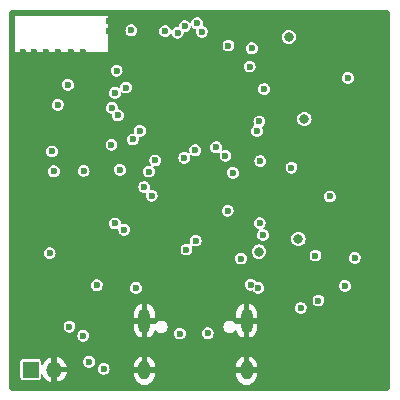
<source format=gbr>
%TF.GenerationSoftware,KiCad,Pcbnew,(6.0.0-rc1-323-gb9e66d8b98)*%
%TF.CreationDate,2021-12-09T23:12:50+08:00*%
%TF.ProjectId,Xterminal,58746572-6d69-46e6-916c-2e6b69636164,rev?*%
%TF.SameCoordinates,PXb340ac0PY76b1be0*%
%TF.FileFunction,Copper,L2,Inr*%
%TF.FilePolarity,Positive*%
%FSLAX46Y46*%
G04 Gerber Fmt 4.6, Leading zero omitted, Abs format (unit mm)*
G04 Created by KiCad (PCBNEW (6.0.0-rc1-323-gb9e66d8b98)) date 2021-12-09 23:12:50*
%MOMM*%
%LPD*%
G01*
G04 APERTURE LIST*
%TA.AperFunction,Profile*%
%ADD10C,0.500000*%
%TD*%
%TA.AperFunction,ComponentPad*%
%ADD11O,1.000000X2.100000*%
%TD*%
%TA.AperFunction,ComponentPad*%
%ADD12O,1.000000X1.600000*%
%TD*%
%TA.AperFunction,ComponentPad*%
%ADD13R,1.350000X1.350000*%
%TD*%
%TA.AperFunction,ComponentPad*%
%ADD14O,1.350000X1.350000*%
%TD*%
%TA.AperFunction,ViaPad*%
%ADD15C,0.600000*%
%TD*%
%TA.AperFunction,ViaPad*%
%ADD16C,0.800000*%
%TD*%
G04 APERTURE END LIST*
D10*
X0Y31750000D02*
X31750000Y31750000D01*
X31750000Y31750000D02*
X31750000Y0D01*
X31750000Y0D02*
X0Y0D01*
X0Y0D02*
X0Y31750000D01*
D11*
%TO.N,GND*%
%TO.C,U3*%
X19814000Y5645000D03*
X11174000Y5645000D03*
D12*
X19814000Y1465000D03*
X11174000Y1465000D03*
%TD*%
D13*
%TO.N,+BATT*%
%TO.C,J1*%
X1540000Y1524000D03*
D14*
%TO.N,GND*%
X3540000Y1524000D03*
%TD*%
D15*
%TO.N,GND*%
X14528800Y16637000D03*
X3937000Y26568400D03*
X685800Y23291800D03*
X889000Y24257000D03*
X2184400Y3632200D03*
X914400Y4013200D03*
X1092200Y7391400D03*
X1219200Y8509000D03*
X1244600Y15163800D03*
X1244600Y16230600D03*
X4013200Y16687800D03*
X5130800Y13436600D03*
X10033000Y14960600D03*
X8966200Y21894800D03*
X12115800Y27533600D03*
X10414000Y29210000D03*
X22606000Y24638000D03*
X26924000Y26162000D03*
X25146000Y30988000D03*
X28194000Y30988000D03*
X30734000Y30734000D03*
X30226000Y22860000D03*
X30226000Y23876000D03*
X27940000Y20574000D03*
X27940000Y19050000D03*
X30734000Y16256000D03*
X30480000Y14986000D03*
X30734000Y11176000D03*
X29210000Y6096000D03*
X29464000Y3810000D03*
X30988000Y1524000D03*
X30734000Y2794000D03*
X30988000Y4318000D03*
X28194000Y762000D03*
X26670000Y762000D03*
X20828000Y7112000D03*
X10922000Y12192000D03*
X16002000Y15240000D03*
X2844800Y28422600D03*
X29591000Y8483600D03*
X1854200Y28448000D03*
X29997400Y1168400D03*
X17526000Y13792200D03*
X20370800Y20701000D03*
X6324600Y12090400D03*
X10033000Y10820400D03*
X30353000Y10312400D03*
X16916400Y2489200D03*
X14757400Y25781000D03*
X8153400Y30149800D03*
X14808200Y26898600D03*
X15925800Y26924000D03*
X14681200Y2514600D03*
X5969000Y28422600D03*
X3708400Y22428200D03*
X18846800Y10160000D03*
X3886200Y28422600D03*
D16*
X23571200Y6223000D03*
D15*
X863600Y28422600D03*
X22047200Y18516600D03*
X11861800Y14147800D03*
X13233400Y2540000D03*
X18389600Y1346200D03*
X16916400Y1346200D03*
X19888200Y16357600D03*
X6096000Y8839200D03*
X20828000Y16433800D03*
X25425400Y20574000D03*
X8026400Y18465800D03*
X16154400Y24790400D03*
X10160000Y9550400D03*
X13868400Y1524000D03*
X4953000Y28422600D03*
X18592800Y12369800D03*
X18592800Y2463800D03*
X15468600Y1473200D03*
X11277600Y11023600D03*
X14833600Y24765000D03*
X23215600Y10287000D03*
X8178800Y31013400D03*
X16078200Y25857200D03*
D16*
%TO.N,+3V3*%
X24206200Y12573000D03*
D15*
X6019801Y18338801D03*
X3835400Y23926800D03*
X20980400Y19177000D03*
D16*
X24714200Y22733000D03*
X23393400Y29692600D03*
X20853400Y11506200D03*
D15*
X10464800Y8432800D03*
%TO.N,/BAT_DET*%
X9601200Y25400000D03*
X9093200Y18440400D03*
%TO.N,+3.3VA*%
X8813800Y26822400D03*
X21310600Y25273000D03*
X10058400Y30251400D03*
X13974000Y30026800D03*
X20269200Y28727400D03*
X15468600Y20091400D03*
%TO.N,+BATT*%
X5994400Y4394200D03*
X7137400Y8661400D03*
X19354800Y10922000D03*
%TO.N,/VCC_SYS_IN*%
X25908000Y7366000D03*
X26873200Y16179800D03*
%TO.N,/GPIO21*%
X24409400Y6731000D03*
X14579461Y30598100D03*
%TO.N,/KEY1_RAW*%
X28143200Y8610600D03*
X28981400Y10972800D03*
%TO.N,/ESP_BOOT*%
X17246600Y20345400D03*
X4695234Y25634456D03*
X8382000Y20548600D03*
%TO.N,/GPIO12*%
X14554200Y19456400D03*
X8686800Y13893800D03*
%TO.N,/CHG_DET*%
X7721600Y1574800D03*
X8686800Y24942800D03*
%TO.N,/GPIO35*%
X8924393Y23046700D03*
X3505200Y18313400D03*
%TO.N,/GPIO25*%
X11557000Y18288000D03*
X3149600Y11379200D03*
%TO.N,/GPIO34*%
X23622000Y18618200D03*
X8432800Y23672800D03*
%TO.N,/GPIO32*%
X10185400Y21005800D03*
X20701000Y21717000D03*
%TO.N,/GPIO33*%
X10795000Y21742400D03*
X20904200Y22529800D03*
%TO.N,/GPIO2*%
X18669000Y18186400D03*
%TO.N,VBUS*%
X6492278Y2174278D03*
X16535400Y4597400D03*
X20929600Y13919200D03*
X18211800Y14960600D03*
X14173200Y4572000D03*
X20167600Y8712200D03*
X20802600Y8432800D03*
X4826000Y5156200D03*
%TO.N,/USB_PWR_DM*%
X14732000Y11684000D03*
X15514500Y12446000D03*
%TO.N,/GPIO4*%
X18034000Y19608800D03*
%TO.N,/GPIO18*%
X20082500Y27178000D03*
%TO.N,/GPIO23*%
X18288000Y28956000D03*
%TO.N,/CH340_TXD*%
X11781586Y16232869D03*
X15627851Y30840884D03*
%TO.N,/CH340_RXD*%
X11159235Y16974343D03*
X12924999Y30173779D03*
%TO.N,/GPIO22*%
X28397200Y26212800D03*
X16027400Y30124400D03*
%TO.N,/GPIO26*%
X12090400Y19227800D03*
X3352800Y19989800D03*
%TO.N,Net-(C8-Pad1)*%
X25654000Y11176000D03*
X21221917Y12915192D03*
%TO.N,Net-(R20-Pad2)*%
X9464300Y13369300D03*
%TD*%
%TA.AperFunction,Conductor*%
%TO.N,GND*%
G36*
X31523566Y31532687D02*
G01*
X31548876Y31488850D01*
X31550000Y31476000D01*
X31550000Y274000D01*
X31532687Y226434D01*
X31488850Y201124D01*
X31476000Y200000D01*
X20207448Y200000D01*
X20159882Y217313D01*
X20134572Y261150D01*
X20143362Y311000D01*
X20177350Y341602D01*
X20262927Y379703D01*
X20269622Y383568D01*
X20416396Y490206D01*
X20422127Y495366D01*
X20543534Y630201D01*
X20548064Y636437D01*
X20638781Y793564D01*
X20641917Y800607D01*
X20697983Y973158D01*
X20699588Y980707D01*
X20713798Y1115910D01*
X20714000Y1119776D01*
X20714000Y1201952D01*
X20710362Y1211948D01*
X20705075Y1215000D01*
X18927048Y1215000D01*
X18917052Y1211362D01*
X18914000Y1206075D01*
X18914000Y1119776D01*
X18914202Y1115910D01*
X18928412Y980707D01*
X18930017Y973158D01*
X18986083Y800607D01*
X18989219Y793564D01*
X19079936Y636437D01*
X19084466Y630201D01*
X19205873Y495366D01*
X19211604Y490206D01*
X19358377Y383568D01*
X19365072Y379703D01*
X19450649Y341602D01*
X19487062Y306440D01*
X19492353Y256098D01*
X19464047Y214133D01*
X19420551Y200000D01*
X11567448Y200000D01*
X11519882Y217313D01*
X11494572Y261150D01*
X11503362Y311000D01*
X11537350Y341602D01*
X11622927Y379703D01*
X11629622Y383568D01*
X11776396Y490206D01*
X11782127Y495366D01*
X11903534Y630201D01*
X11908064Y636437D01*
X11998781Y793564D01*
X12001917Y800607D01*
X12057983Y973158D01*
X12059588Y980707D01*
X12073798Y1115910D01*
X12074000Y1119776D01*
X12074000Y1201952D01*
X12070362Y1211948D01*
X12065075Y1215000D01*
X10287048Y1215000D01*
X10277052Y1211362D01*
X10274000Y1206075D01*
X10274000Y1119776D01*
X10274202Y1115910D01*
X10288412Y980707D01*
X10290017Y973158D01*
X10346083Y800607D01*
X10349219Y793564D01*
X10439936Y636437D01*
X10444466Y630201D01*
X10565873Y495366D01*
X10571604Y490206D01*
X10718377Y383568D01*
X10725072Y379703D01*
X10810649Y341602D01*
X10847062Y306440D01*
X10852353Y256098D01*
X10824047Y214133D01*
X10780551Y200000D01*
X274000Y200000D01*
X226434Y217313D01*
X201124Y261150D01*
X200000Y274000D01*
X200000Y829252D01*
X664500Y829252D01*
X676133Y770769D01*
X680184Y764707D01*
X680184Y764706D01*
X684374Y758435D01*
X720448Y704448D01*
X726509Y700398D01*
X752393Y683103D01*
X786769Y660133D01*
X831295Y651276D01*
X841682Y649210D01*
X841683Y649210D01*
X845252Y648500D01*
X2234748Y648500D01*
X2238317Y649210D01*
X2238318Y649210D01*
X2248705Y651276D01*
X2293231Y660133D01*
X2327608Y683103D01*
X2353491Y700398D01*
X2359552Y704448D01*
X2395626Y758435D01*
X2399816Y764706D01*
X2399816Y764707D01*
X2403867Y770769D01*
X2415500Y829252D01*
X2415500Y1058057D01*
X2432813Y1105623D01*
X2476650Y1130933D01*
X2526500Y1122143D01*
X2556703Y1089038D01*
X2603619Y987270D01*
X2606987Y981436D01*
X2717104Y825623D01*
X2721493Y820484D01*
X2858151Y687358D01*
X2863406Y683103D01*
X3022036Y577110D01*
X3027973Y573886D01*
X3203272Y498572D01*
X3209691Y496487D01*
X3277272Y481194D01*
X3287825Y482536D01*
X3289795Y484668D01*
X3290000Y485685D01*
X3290000Y486979D01*
X3790000Y486979D01*
X3793638Y476983D01*
X3796051Y475590D01*
X3975903Y536642D01*
X3982073Y539389D01*
X4148535Y632611D01*
X4154105Y636439D01*
X4300788Y758435D01*
X4305565Y763212D01*
X4427561Y909895D01*
X4431389Y915465D01*
X4524611Y1081927D01*
X4527358Y1088097D01*
X4587393Y1264954D01*
X4586030Y1271502D01*
X4582860Y1274000D01*
X3803048Y1274000D01*
X3793052Y1270362D01*
X3790000Y1265075D01*
X3790000Y486979D01*
X3290000Y486979D01*
X3290000Y1580977D01*
X7215991Y1580977D01*
X7216674Y1575754D01*
X7216674Y1575751D01*
X7217173Y1571938D01*
X7234580Y1438821D01*
X7292320Y1307597D01*
X7295712Y1303562D01*
X7381180Y1201884D01*
X7381183Y1201881D01*
X7384570Y1197852D01*
X7388957Y1194932D01*
X7499524Y1121331D01*
X7499527Y1121330D01*
X7503913Y1118410D01*
X7640757Y1075658D01*
X7646025Y1075561D01*
X7646028Y1075561D01*
X7706333Y1074456D01*
X7784099Y1073030D01*
X7789182Y1074416D01*
X7789184Y1074416D01*
X7917327Y1109352D01*
X7917329Y1109353D01*
X7922417Y1110740D01*
X8044591Y1185755D01*
X8140800Y1292046D01*
X8203310Y1421067D01*
X8227096Y1562446D01*
X8227247Y1574800D01*
X8213254Y1672508D01*
X8207670Y1711503D01*
X8207670Y1711504D01*
X8206923Y1716718D01*
X8201772Y1728048D01*
X10274000Y1728048D01*
X10277638Y1718052D01*
X10282925Y1715000D01*
X10910952Y1715000D01*
X10920948Y1718638D01*
X10924000Y1723925D01*
X10924000Y1728048D01*
X11424000Y1728048D01*
X11427638Y1718052D01*
X11432925Y1715000D01*
X12060952Y1715000D01*
X12070948Y1718638D01*
X12074000Y1723925D01*
X12074000Y1728048D01*
X18914000Y1728048D01*
X18917638Y1718052D01*
X18922925Y1715000D01*
X19550952Y1715000D01*
X19560948Y1718638D01*
X19564000Y1723925D01*
X19564000Y1728048D01*
X20064000Y1728048D01*
X20067638Y1718052D01*
X20072925Y1715000D01*
X20700952Y1715000D01*
X20710948Y1718638D01*
X20714000Y1723925D01*
X20714000Y1810224D01*
X20713798Y1814090D01*
X20699588Y1949293D01*
X20697983Y1956842D01*
X20641917Y2129393D01*
X20638781Y2136436D01*
X20548064Y2293563D01*
X20543534Y2299799D01*
X20422127Y2434634D01*
X20416396Y2439794D01*
X20269623Y2546432D01*
X20262928Y2550297D01*
X20097193Y2624086D01*
X20089853Y2626471D01*
X20076763Y2629254D01*
X20066230Y2627774D01*
X20064113Y2625422D01*
X20064000Y2624842D01*
X20064000Y1728048D01*
X19564000Y1728048D01*
X19564000Y2618919D01*
X19560362Y2628915D01*
X19557623Y2630496D01*
X19557030Y2630485D01*
X19538147Y2626471D01*
X19530807Y2624086D01*
X19365073Y2550297D01*
X19358378Y2546432D01*
X19211604Y2439794D01*
X19205873Y2434634D01*
X19084466Y2299799D01*
X19079936Y2293563D01*
X18989219Y2136436D01*
X18986083Y2129393D01*
X18930017Y1956842D01*
X18928412Y1949293D01*
X18914202Y1814090D01*
X18914000Y1810224D01*
X18914000Y1728048D01*
X12074000Y1728048D01*
X12074000Y1810224D01*
X12073798Y1814090D01*
X12059588Y1949293D01*
X12057983Y1956842D01*
X12001917Y2129393D01*
X11998781Y2136436D01*
X11908064Y2293563D01*
X11903534Y2299799D01*
X11782127Y2434634D01*
X11776396Y2439794D01*
X11629623Y2546432D01*
X11622928Y2550297D01*
X11457193Y2624086D01*
X11449853Y2626471D01*
X11436763Y2629254D01*
X11426230Y2627774D01*
X11424113Y2625422D01*
X11424000Y2624842D01*
X11424000Y1728048D01*
X10924000Y1728048D01*
X10924000Y2618919D01*
X10920362Y2628915D01*
X10917623Y2630496D01*
X10917030Y2630485D01*
X10898147Y2626471D01*
X10890807Y2624086D01*
X10725073Y2550297D01*
X10718378Y2546432D01*
X10571604Y2439794D01*
X10565873Y2434634D01*
X10444466Y2299799D01*
X10439936Y2293563D01*
X10349219Y2136436D01*
X10346083Y2129393D01*
X10290017Y1956842D01*
X10288412Y1949293D01*
X10274202Y1814090D01*
X10274000Y1810224D01*
X10274000Y1728048D01*
X8201772Y1728048D01*
X8179225Y1777638D01*
X8149766Y1842429D01*
X8147584Y1847228D01*
X8054000Y1955837D01*
X8049581Y1958701D01*
X8049579Y1958703D01*
X7993275Y1995197D01*
X7933695Y2033815D01*
X7829768Y2064896D01*
X7801392Y2073382D01*
X7801391Y2073382D01*
X7796339Y2074893D01*
X7722703Y2075343D01*
X7658246Y2075737D01*
X7658245Y2075737D01*
X7652976Y2075769D01*
X7515129Y2036372D01*
X7510669Y2033558D01*
X7506532Y2030948D01*
X7393880Y1959870D01*
X7298977Y1852412D01*
X7238047Y1722637D01*
X7215991Y1580977D01*
X3290000Y1580977D01*
X3290000Y1787048D01*
X3790000Y1787048D01*
X3793638Y1777052D01*
X3798925Y1774000D01*
X4573459Y1774000D01*
X4583455Y1777638D01*
X4584381Y1779243D01*
X4584241Y1782035D01*
X4548819Y1907631D01*
X4546397Y1913939D01*
X4462013Y2085053D01*
X4458488Y2090807D01*
X4391544Y2180455D01*
X5986669Y2180455D01*
X5987352Y2175232D01*
X5987352Y2175229D01*
X5987851Y2171416D01*
X6005258Y2038299D01*
X6062998Y1907075D01*
X6066390Y1903040D01*
X6151858Y1801362D01*
X6151861Y1801359D01*
X6155248Y1797330D01*
X6184831Y1777638D01*
X6270202Y1720809D01*
X6270205Y1720808D01*
X6274591Y1717888D01*
X6411435Y1675136D01*
X6416703Y1675039D01*
X6416706Y1675039D01*
X6477011Y1673934D01*
X6554777Y1672508D01*
X6559860Y1673894D01*
X6559862Y1673894D01*
X6688005Y1708830D01*
X6688007Y1708831D01*
X6693095Y1710218D01*
X6754182Y1747725D01*
X6810776Y1782474D01*
X6810777Y1782475D01*
X6815269Y1785233D01*
X6911478Y1891524D01*
X6973988Y2020545D01*
X6997774Y2161924D01*
X6997925Y2174278D01*
X6992078Y2215108D01*
X6978348Y2310981D01*
X6978348Y2310982D01*
X6977601Y2316196D01*
X6947536Y2382322D01*
X6920444Y2441907D01*
X6918262Y2446706D01*
X6824678Y2555315D01*
X6820259Y2558179D01*
X6820257Y2558181D01*
X6780346Y2584050D01*
X6704373Y2633293D01*
X6600446Y2664374D01*
X6572070Y2672860D01*
X6572069Y2672860D01*
X6567017Y2674371D01*
X6493381Y2674821D01*
X6428924Y2675215D01*
X6428923Y2675215D01*
X6423654Y2675247D01*
X6285807Y2635850D01*
X6164558Y2559348D01*
X6069655Y2451890D01*
X6008725Y2322115D01*
X6007915Y2316910D01*
X6007914Y2316908D01*
X5999752Y2264484D01*
X5986669Y2180455D01*
X4391544Y2180455D01*
X4344335Y2243676D01*
X4339809Y2248703D01*
X4199718Y2378201D01*
X4194347Y2382322D01*
X4032999Y2484125D01*
X4026979Y2487192D01*
X3849773Y2557891D01*
X3843297Y2559809D01*
X3802798Y2567864D01*
X3792284Y2566246D01*
X3790026Y2563671D01*
X3790000Y2563532D01*
X3790000Y1787048D01*
X3290000Y1787048D01*
X3290000Y2558826D01*
X3286362Y2568822D01*
X3283122Y2570692D01*
X3263923Y2567393D01*
X3257391Y2565642D01*
X3078398Y2499609D01*
X3072307Y2496704D01*
X2908336Y2399151D01*
X2902877Y2395185D01*
X2759433Y2269388D01*
X2754780Y2264484D01*
X2636671Y2114664D01*
X2632985Y2108988D01*
X2554989Y1960742D01*
X2517520Y1926707D01*
X2466940Y1924720D01*
X2426916Y1955710D01*
X2415500Y1995197D01*
X2415500Y2218748D01*
X2403867Y2277231D01*
X2359552Y2343552D01*
X2293231Y2387867D01*
X2248705Y2396724D01*
X2238318Y2398790D01*
X2238317Y2398790D01*
X2234748Y2399500D01*
X845252Y2399500D01*
X841683Y2398790D01*
X841682Y2398790D01*
X831295Y2396724D01*
X786769Y2387867D01*
X720448Y2343552D01*
X676133Y2277231D01*
X664500Y2218748D01*
X664500Y829252D01*
X200000Y829252D01*
X200000Y4400377D01*
X5488791Y4400377D01*
X5489474Y4395154D01*
X5489474Y4395151D01*
X5489973Y4391338D01*
X5507380Y4258221D01*
X5565120Y4126997D01*
X5574204Y4116190D01*
X5653980Y4021284D01*
X5653983Y4021281D01*
X5657370Y4017252D01*
X5661757Y4014332D01*
X5772324Y3940731D01*
X5772327Y3940730D01*
X5776713Y3937810D01*
X5913557Y3895058D01*
X5918825Y3894961D01*
X5918828Y3894961D01*
X5979133Y3893856D01*
X6056899Y3892430D01*
X6061982Y3893816D01*
X6061984Y3893816D01*
X6190127Y3928752D01*
X6190129Y3928753D01*
X6195217Y3930140D01*
X6317391Y4005155D01*
X6413600Y4111446D01*
X6476110Y4240467D01*
X6499896Y4381846D01*
X6500047Y4394200D01*
X6479723Y4536118D01*
X6420384Y4666628D01*
X6357750Y4739318D01*
X6330240Y4771245D01*
X6330239Y4771246D01*
X6326800Y4775237D01*
X6322381Y4778101D01*
X6322379Y4778103D01*
X6282468Y4803972D01*
X6206495Y4853215D01*
X6086848Y4888997D01*
X6074192Y4892782D01*
X6074191Y4892782D01*
X6069139Y4894293D01*
X5995503Y4894743D01*
X5931046Y4895137D01*
X5931045Y4895137D01*
X5925776Y4895169D01*
X5787929Y4855772D01*
X5666680Y4779270D01*
X5614191Y4719837D01*
X5592167Y4694899D01*
X5571777Y4671812D01*
X5510847Y4542037D01*
X5488791Y4400377D01*
X200000Y4400377D01*
X200000Y5162377D01*
X4320391Y5162377D01*
X4321074Y5157154D01*
X4321074Y5157151D01*
X4322440Y5146709D01*
X4338980Y5020221D01*
X4396720Y4888997D01*
X4412484Y4870243D01*
X4485580Y4783284D01*
X4485583Y4783281D01*
X4488970Y4779252D01*
X4500999Y4771245D01*
X4603924Y4702731D01*
X4603927Y4702730D01*
X4608313Y4699810D01*
X4745157Y4657058D01*
X4750425Y4656961D01*
X4750428Y4656961D01*
X4810733Y4655856D01*
X4888499Y4654430D01*
X4893582Y4655816D01*
X4893584Y4655816D01*
X5021727Y4690752D01*
X5021729Y4690753D01*
X5026817Y4692140D01*
X5089467Y4730607D01*
X5144498Y4764396D01*
X5144499Y4764397D01*
X5148991Y4767155D01*
X5245200Y4873446D01*
X5307710Y5002467D01*
X5315669Y5049776D01*
X10274000Y5049776D01*
X10274202Y5045910D01*
X10288412Y4910707D01*
X10290017Y4903158D01*
X10346083Y4730607D01*
X10349219Y4723564D01*
X10439936Y4566437D01*
X10444466Y4560201D01*
X10565873Y4425366D01*
X10571604Y4420206D01*
X10718377Y4313568D01*
X10725072Y4309703D01*
X10890807Y4235914D01*
X10898147Y4233529D01*
X10911237Y4230746D01*
X10921770Y4232226D01*
X10923887Y4234578D01*
X10924000Y4235158D01*
X10924000Y4241081D01*
X11424000Y4241081D01*
X11427638Y4231085D01*
X11430377Y4229504D01*
X11430970Y4229515D01*
X11449853Y4233529D01*
X11457193Y4235914D01*
X11622927Y4309703D01*
X11629622Y4313568D01*
X11776396Y4420206D01*
X11782127Y4425366D01*
X11903534Y4560201D01*
X11908064Y4566437D01*
X11914842Y4578177D01*
X13667591Y4578177D01*
X13668274Y4572954D01*
X13668274Y4572951D01*
X13672998Y4536830D01*
X13686180Y4436021D01*
X13743920Y4304797D01*
X13747312Y4300762D01*
X13832780Y4199084D01*
X13832783Y4199081D01*
X13836170Y4195052D01*
X13840557Y4192132D01*
X13951124Y4118531D01*
X13951127Y4118530D01*
X13955513Y4115610D01*
X14092357Y4072858D01*
X14097625Y4072761D01*
X14097628Y4072761D01*
X14157933Y4071656D01*
X14235699Y4070230D01*
X14240782Y4071616D01*
X14240784Y4071616D01*
X14368927Y4106552D01*
X14368929Y4106553D01*
X14374017Y4107940D01*
X14496191Y4182955D01*
X14592400Y4289246D01*
X14654910Y4418267D01*
X14678696Y4559646D01*
X14678847Y4572000D01*
X14675619Y4594538D01*
X14674325Y4603577D01*
X16029791Y4603577D01*
X16030474Y4598354D01*
X16030474Y4598351D01*
X16035161Y4562509D01*
X16048380Y4461421D01*
X16106120Y4330197D01*
X16109512Y4326162D01*
X16194980Y4224484D01*
X16194983Y4224481D01*
X16198370Y4220452D01*
X16202757Y4217532D01*
X16313324Y4143931D01*
X16313327Y4143930D01*
X16317713Y4141010D01*
X16454557Y4098258D01*
X16459825Y4098161D01*
X16459828Y4098161D01*
X16520133Y4097056D01*
X16597899Y4095630D01*
X16602982Y4097016D01*
X16602984Y4097016D01*
X16731127Y4131952D01*
X16731129Y4131953D01*
X16736217Y4133340D01*
X16823391Y4186865D01*
X16853898Y4205596D01*
X16853899Y4205597D01*
X16858391Y4208355D01*
X16954600Y4314646D01*
X17017110Y4443667D01*
X17040896Y4585046D01*
X17041047Y4597400D01*
X17031133Y4666628D01*
X17021470Y4734103D01*
X17021470Y4734104D01*
X17020723Y4739318D01*
X17001280Y4782082D01*
X16963566Y4865029D01*
X16961384Y4869828D01*
X16867800Y4978437D01*
X16863381Y4981301D01*
X16863379Y4981303D01*
X16822472Y5007817D01*
X16747495Y5056415D01*
X16643568Y5087496D01*
X16615192Y5095982D01*
X16615191Y5095982D01*
X16610139Y5097493D01*
X16536503Y5097943D01*
X16472046Y5098337D01*
X16472045Y5098337D01*
X16466776Y5098369D01*
X16328929Y5058972D01*
X16207680Y4982470D01*
X16200593Y4974445D01*
X16119069Y4882136D01*
X16112777Y4875012D01*
X16051847Y4745237D01*
X16051037Y4740032D01*
X16051036Y4740030D01*
X16043580Y4692140D01*
X16029791Y4603577D01*
X14674325Y4603577D01*
X14659270Y4708703D01*
X14659270Y4708704D01*
X14658523Y4713918D01*
X14649346Y4734103D01*
X14601366Y4839629D01*
X14599184Y4844428D01*
X14505600Y4953037D01*
X14501181Y4955901D01*
X14501179Y4955903D01*
X14455852Y4985282D01*
X14385295Y5031015D01*
X14281368Y5062096D01*
X14252992Y5070582D01*
X14252991Y5070582D01*
X14247939Y5072093D01*
X14174303Y5072543D01*
X14109846Y5072937D01*
X14109845Y5072937D01*
X14104576Y5072969D01*
X13966729Y5033572D01*
X13845480Y4957070D01*
X13838393Y4949045D01*
X13755093Y4854725D01*
X13750577Y4849612D01*
X13689647Y4719837D01*
X13688837Y4714632D01*
X13688836Y4714630D01*
X13679857Y4656961D01*
X13667591Y4578177D01*
X11914842Y4578177D01*
X11998781Y4723564D01*
X12001917Y4730607D01*
X12035108Y4832758D01*
X12066272Y4872646D01*
X12115785Y4883170D01*
X12160479Y4859405D01*
X12164191Y4854941D01*
X12229209Y4770209D01*
X12233056Y4767257D01*
X12233057Y4767256D01*
X12288640Y4724605D01*
X12338982Y4685976D01*
X12343461Y4684121D01*
X12343464Y4684119D01*
X12415142Y4654430D01*
X12466817Y4633026D01*
X12604000Y4614965D01*
X12741183Y4633026D01*
X12792858Y4654430D01*
X12864536Y4684119D01*
X12864539Y4684121D01*
X12869018Y4685976D01*
X12919360Y4724605D01*
X12974943Y4767256D01*
X12974944Y4767257D01*
X12978791Y4770209D01*
X13063024Y4879983D01*
X13115974Y5007817D01*
X13134035Y5145000D01*
X17853965Y5145000D01*
X17872026Y5007817D01*
X17924976Y4879983D01*
X18009209Y4770209D01*
X18013056Y4767257D01*
X18013057Y4767256D01*
X18068640Y4724605D01*
X18118982Y4685976D01*
X18123461Y4684121D01*
X18123464Y4684119D01*
X18195142Y4654430D01*
X18246817Y4633026D01*
X18384000Y4614965D01*
X18521183Y4633026D01*
X18572858Y4654430D01*
X18644536Y4684119D01*
X18644539Y4684121D01*
X18649018Y4685976D01*
X18699360Y4724605D01*
X18754943Y4767256D01*
X18754944Y4767257D01*
X18758791Y4770209D01*
X18823806Y4854938D01*
X18866498Y4882136D01*
X18916683Y4875529D01*
X18950881Y4838208D01*
X18952892Y4832758D01*
X18986083Y4730607D01*
X18989219Y4723564D01*
X19079936Y4566437D01*
X19084466Y4560201D01*
X19205873Y4425366D01*
X19211604Y4420206D01*
X19358377Y4313568D01*
X19365072Y4309703D01*
X19530807Y4235914D01*
X19538147Y4233529D01*
X19551237Y4230746D01*
X19561770Y4232226D01*
X19563887Y4234578D01*
X19564000Y4235158D01*
X19564000Y4241081D01*
X20064000Y4241081D01*
X20067638Y4231085D01*
X20070377Y4229504D01*
X20070970Y4229515D01*
X20089853Y4233529D01*
X20097193Y4235914D01*
X20262927Y4309703D01*
X20269622Y4313568D01*
X20416396Y4420206D01*
X20422127Y4425366D01*
X20543534Y4560201D01*
X20548064Y4566437D01*
X20638781Y4723564D01*
X20641917Y4730607D01*
X20697983Y4903158D01*
X20699588Y4910707D01*
X20713798Y5045910D01*
X20714000Y5049776D01*
X20714000Y5381952D01*
X20710362Y5391948D01*
X20705075Y5395000D01*
X20077048Y5395000D01*
X20067052Y5391362D01*
X20064000Y5386075D01*
X20064000Y4241081D01*
X19564000Y4241081D01*
X19564000Y5381952D01*
X19560362Y5391948D01*
X19555075Y5395000D01*
X18927050Y5395000D01*
X18921363Y5392930D01*
X18870744Y5392929D01*
X18837344Y5417419D01*
X18758791Y5519791D01*
X18736056Y5537237D01*
X18652865Y5601072D01*
X18649018Y5604024D01*
X18644539Y5605879D01*
X18644536Y5605881D01*
X18525664Y5655118D01*
X18521183Y5656974D01*
X18384000Y5675035D01*
X18246817Y5656974D01*
X18118983Y5604024D01*
X18009209Y5519791D01*
X17924976Y5410017D01*
X17872026Y5282183D01*
X17853965Y5145000D01*
X13134035Y5145000D01*
X13115974Y5282183D01*
X13063024Y5410017D01*
X12978791Y5519791D01*
X12956056Y5537237D01*
X12872865Y5601072D01*
X12869018Y5604024D01*
X12864539Y5605879D01*
X12864536Y5605881D01*
X12745664Y5655118D01*
X12741183Y5656974D01*
X12604000Y5675035D01*
X12466817Y5656974D01*
X12338983Y5604024D01*
X12229209Y5519791D01*
X12151966Y5419126D01*
X12109275Y5391930D01*
X12080593Y5396344D01*
X12080402Y5394157D01*
X12070764Y5395000D01*
X11437048Y5395000D01*
X11427052Y5391362D01*
X11424000Y5386075D01*
X11424000Y4241081D01*
X10924000Y4241081D01*
X10924000Y5381952D01*
X10920362Y5391948D01*
X10915075Y5395000D01*
X10287048Y5395000D01*
X10277052Y5391362D01*
X10274000Y5386075D01*
X10274000Y5049776D01*
X5315669Y5049776D01*
X5331496Y5143846D01*
X5331647Y5156200D01*
X5311323Y5298118D01*
X5268670Y5391930D01*
X5254166Y5423829D01*
X5251984Y5428628D01*
X5158400Y5537237D01*
X5153981Y5540101D01*
X5153979Y5540103D01*
X5114068Y5565972D01*
X5038095Y5615215D01*
X4934168Y5646296D01*
X4905792Y5654782D01*
X4905791Y5654782D01*
X4900739Y5656293D01*
X4827103Y5656743D01*
X4762646Y5657137D01*
X4762645Y5657137D01*
X4757376Y5657169D01*
X4619529Y5617772D01*
X4498280Y5541270D01*
X4403377Y5433812D01*
X4342447Y5304037D01*
X4320391Y5162377D01*
X200000Y5162377D01*
X200000Y5908048D01*
X10274000Y5908048D01*
X10277638Y5898052D01*
X10282925Y5895000D01*
X10910952Y5895000D01*
X10920948Y5898638D01*
X10924000Y5903925D01*
X10924000Y5908048D01*
X11424000Y5908048D01*
X11427638Y5898052D01*
X11432925Y5895000D01*
X12060952Y5895000D01*
X12070948Y5898638D01*
X12074000Y5903925D01*
X12074000Y5908048D01*
X18914000Y5908048D01*
X18917638Y5898052D01*
X18922925Y5895000D01*
X19550952Y5895000D01*
X19560948Y5898638D01*
X19564000Y5903925D01*
X19564000Y5908048D01*
X20064000Y5908048D01*
X20067638Y5898052D01*
X20072925Y5895000D01*
X20700952Y5895000D01*
X20710948Y5898638D01*
X20714000Y5903925D01*
X20714000Y6240224D01*
X20713798Y6244090D01*
X20699588Y6379293D01*
X20697983Y6386842D01*
X20641917Y6559393D01*
X20638781Y6566436D01*
X20548064Y6723563D01*
X20543534Y6729799D01*
X20536891Y6737177D01*
X23903791Y6737177D01*
X23904474Y6731954D01*
X23904474Y6731951D01*
X23904973Y6728138D01*
X23922380Y6595021D01*
X23980120Y6463797D01*
X23983512Y6459762D01*
X24068980Y6358084D01*
X24068983Y6358081D01*
X24072370Y6354052D01*
X24076757Y6351132D01*
X24187324Y6277531D01*
X24187327Y6277530D01*
X24191713Y6274610D01*
X24328557Y6231858D01*
X24333825Y6231761D01*
X24333828Y6231761D01*
X24394133Y6230656D01*
X24471899Y6229230D01*
X24476982Y6230616D01*
X24476984Y6230616D01*
X24605127Y6265552D01*
X24605129Y6265553D01*
X24610217Y6266940D01*
X24732391Y6341955D01*
X24828600Y6448246D01*
X24891110Y6577267D01*
X24914896Y6718646D01*
X24915047Y6731000D01*
X24895953Y6864327D01*
X24895470Y6867703D01*
X24895470Y6867704D01*
X24894723Y6872918D01*
X24847421Y6976955D01*
X24837566Y6998629D01*
X24835384Y7003428D01*
X24756685Y7094762D01*
X24745240Y7108045D01*
X24745239Y7108046D01*
X24741800Y7112037D01*
X24737381Y7114901D01*
X24737379Y7114903D01*
X24697468Y7140772D01*
X24621495Y7190015D01*
X24503854Y7225197D01*
X24489192Y7229582D01*
X24489191Y7229582D01*
X24484139Y7231093D01*
X24410503Y7231543D01*
X24346046Y7231937D01*
X24346045Y7231937D01*
X24340776Y7231969D01*
X24202929Y7192572D01*
X24081680Y7116070D01*
X23986777Y7008612D01*
X23925847Y6878837D01*
X23925037Y6873632D01*
X23925036Y6873630D01*
X23914819Y6808007D01*
X23903791Y6737177D01*
X20536891Y6737177D01*
X20422127Y6864634D01*
X20416396Y6869794D01*
X20269623Y6976432D01*
X20262928Y6980297D01*
X20097193Y7054086D01*
X20089853Y7056471D01*
X20076763Y7059254D01*
X20066230Y7057774D01*
X20064113Y7055422D01*
X20064000Y7054842D01*
X20064000Y5908048D01*
X19564000Y5908048D01*
X19564000Y7048919D01*
X19560362Y7058915D01*
X19557623Y7060496D01*
X19557030Y7060485D01*
X19538147Y7056471D01*
X19530807Y7054086D01*
X19365073Y6980297D01*
X19358378Y6976432D01*
X19211604Y6869794D01*
X19205873Y6864634D01*
X19084466Y6729799D01*
X19079936Y6723563D01*
X18989219Y6566436D01*
X18986083Y6559393D01*
X18930017Y6386842D01*
X18928412Y6379293D01*
X18914202Y6244090D01*
X18914000Y6240224D01*
X18914000Y5908048D01*
X12074000Y5908048D01*
X12074000Y6240224D01*
X12073798Y6244090D01*
X12059588Y6379293D01*
X12057983Y6386842D01*
X12001917Y6559393D01*
X11998781Y6566436D01*
X11908064Y6723563D01*
X11903534Y6729799D01*
X11782127Y6864634D01*
X11776396Y6869794D01*
X11629623Y6976432D01*
X11622928Y6980297D01*
X11457193Y7054086D01*
X11449853Y7056471D01*
X11436763Y7059254D01*
X11426230Y7057774D01*
X11424113Y7055422D01*
X11424000Y7054842D01*
X11424000Y5908048D01*
X10924000Y5908048D01*
X10924000Y7048919D01*
X10920362Y7058915D01*
X10917623Y7060496D01*
X10917030Y7060485D01*
X10898147Y7056471D01*
X10890807Y7054086D01*
X10725073Y6980297D01*
X10718378Y6976432D01*
X10571604Y6869794D01*
X10565873Y6864634D01*
X10444466Y6729799D01*
X10439936Y6723563D01*
X10349219Y6566436D01*
X10346083Y6559393D01*
X10290017Y6386842D01*
X10288412Y6379293D01*
X10274202Y6244090D01*
X10274000Y6240224D01*
X10274000Y5908048D01*
X200000Y5908048D01*
X200000Y7372177D01*
X25402391Y7372177D01*
X25403074Y7366954D01*
X25403074Y7366951D01*
X25403573Y7363138D01*
X25420980Y7230021D01*
X25478720Y7098797D01*
X25482112Y7094762D01*
X25567580Y6993084D01*
X25567583Y6993081D01*
X25570970Y6989052D01*
X25589143Y6976955D01*
X25685924Y6912531D01*
X25685927Y6912530D01*
X25690313Y6909610D01*
X25827157Y6866858D01*
X25832425Y6866761D01*
X25832428Y6866761D01*
X25892733Y6865656D01*
X25970499Y6864230D01*
X25975582Y6865616D01*
X25975584Y6865616D01*
X26103727Y6900552D01*
X26103729Y6900553D01*
X26108817Y6901940D01*
X26230991Y6976955D01*
X26327200Y7083246D01*
X26389710Y7212267D01*
X26413496Y7353646D01*
X26413647Y7366000D01*
X26393323Y7507918D01*
X26333984Y7638428D01*
X26240400Y7747037D01*
X26235981Y7749901D01*
X26235979Y7749903D01*
X26196068Y7775772D01*
X26120095Y7825015D01*
X26016168Y7856096D01*
X25987792Y7864582D01*
X25987791Y7864582D01*
X25982739Y7866093D01*
X25909103Y7866543D01*
X25844646Y7866937D01*
X25844645Y7866937D01*
X25839376Y7866969D01*
X25701529Y7827572D01*
X25580280Y7751070D01*
X25485377Y7643612D01*
X25424447Y7513837D01*
X25402391Y7372177D01*
X200000Y7372177D01*
X200000Y8667577D01*
X6631791Y8667577D01*
X6632474Y8662354D01*
X6632474Y8662351D01*
X6632973Y8658538D01*
X6650380Y8525421D01*
X6708120Y8394197D01*
X6711512Y8390162D01*
X6796980Y8288484D01*
X6796983Y8288481D01*
X6800370Y8284452D01*
X6804757Y8281532D01*
X6915324Y8207931D01*
X6915327Y8207930D01*
X6919713Y8205010D01*
X7056557Y8162258D01*
X7061825Y8162161D01*
X7061828Y8162161D01*
X7122133Y8161056D01*
X7199899Y8159630D01*
X7204982Y8161016D01*
X7204984Y8161016D01*
X7333127Y8195952D01*
X7333129Y8195953D01*
X7338217Y8197340D01*
X7460391Y8272355D01*
X7556600Y8378646D01*
X7585830Y8438977D01*
X9959191Y8438977D01*
X9959874Y8433754D01*
X9959874Y8433751D01*
X9960373Y8429938D01*
X9977780Y8296821D01*
X10035520Y8165597D01*
X10044604Y8154790D01*
X10124380Y8059884D01*
X10124383Y8059881D01*
X10127770Y8055852D01*
X10132157Y8052932D01*
X10242724Y7979331D01*
X10242727Y7979330D01*
X10247113Y7976410D01*
X10383957Y7933658D01*
X10389225Y7933561D01*
X10389228Y7933561D01*
X10449533Y7932456D01*
X10527299Y7931030D01*
X10532382Y7932416D01*
X10532384Y7932416D01*
X10660527Y7967352D01*
X10660529Y7967353D01*
X10665617Y7968740D01*
X10787791Y8043755D01*
X10884000Y8150046D01*
X10946510Y8279067D01*
X10970296Y8420446D01*
X10970447Y8432800D01*
X10950123Y8574718D01*
X10909426Y8664228D01*
X10892966Y8700429D01*
X10890784Y8705228D01*
X10879454Y8718377D01*
X19661991Y8718377D01*
X19662674Y8713154D01*
X19662674Y8713151D01*
X19663188Y8709221D01*
X19680580Y8576221D01*
X19738320Y8444997D01*
X19756551Y8423309D01*
X19827180Y8339284D01*
X19827183Y8339281D01*
X19830570Y8335252D01*
X19834957Y8332332D01*
X19945524Y8258731D01*
X19945527Y8258730D01*
X19949913Y8255810D01*
X20086757Y8213058D01*
X20092025Y8212961D01*
X20092028Y8212961D01*
X20152333Y8211856D01*
X20230099Y8210430D01*
X20278849Y8223721D01*
X20329292Y8219530D01*
X20366045Y8182130D01*
X20373320Y8165597D01*
X20376710Y8161564D01*
X20462180Y8059884D01*
X20462183Y8059881D01*
X20465570Y8055852D01*
X20469957Y8052932D01*
X20580524Y7979331D01*
X20580527Y7979330D01*
X20584913Y7976410D01*
X20721757Y7933658D01*
X20727025Y7933561D01*
X20727028Y7933561D01*
X20787333Y7932456D01*
X20865099Y7931030D01*
X20870182Y7932416D01*
X20870184Y7932416D01*
X20998327Y7967352D01*
X20998329Y7967353D01*
X21003417Y7968740D01*
X21125591Y8043755D01*
X21221800Y8150046D01*
X21284310Y8279067D01*
X21308096Y8420446D01*
X21308247Y8432800D01*
X21287923Y8574718D01*
X21268800Y8616777D01*
X27637591Y8616777D01*
X27638274Y8611554D01*
X27638274Y8611551D01*
X27642894Y8576221D01*
X27656180Y8474621D01*
X27713920Y8343397D01*
X27720767Y8335252D01*
X27802780Y8237684D01*
X27802783Y8237681D01*
X27806170Y8233652D01*
X27840910Y8210527D01*
X27921124Y8157131D01*
X27921127Y8157130D01*
X27925513Y8154210D01*
X28062357Y8111458D01*
X28067625Y8111361D01*
X28067628Y8111361D01*
X28127933Y8110256D01*
X28205699Y8108830D01*
X28210782Y8110216D01*
X28210784Y8110216D01*
X28338927Y8145152D01*
X28338929Y8145153D01*
X28344017Y8146540D01*
X28405104Y8184048D01*
X28461698Y8218796D01*
X28461699Y8218797D01*
X28466191Y8221555D01*
X28562400Y8327846D01*
X28624910Y8456867D01*
X28648696Y8598246D01*
X28648847Y8610600D01*
X28628523Y8752518D01*
X28569184Y8883028D01*
X28485773Y8979831D01*
X28479040Y8987645D01*
X28479039Y8987646D01*
X28475600Y8991637D01*
X28471181Y8994501D01*
X28471179Y8994503D01*
X28397097Y9042520D01*
X28355295Y9069615D01*
X28251368Y9100696D01*
X28222992Y9109182D01*
X28222991Y9109182D01*
X28217939Y9110693D01*
X28144303Y9111143D01*
X28079846Y9111537D01*
X28079845Y9111537D01*
X28074576Y9111569D01*
X27936729Y9072172D01*
X27815480Y8995670D01*
X27801492Y8979831D01*
X27725093Y8893325D01*
X27720577Y8888212D01*
X27659647Y8758437D01*
X27658837Y8753232D01*
X27658836Y8753230D01*
X27650615Y8700429D01*
X27637591Y8616777D01*
X21268800Y8616777D01*
X21247226Y8664228D01*
X21230766Y8700429D01*
X21228584Y8705228D01*
X21172525Y8770288D01*
X21138440Y8809845D01*
X21138439Y8809846D01*
X21135000Y8813837D01*
X21130581Y8816701D01*
X21130579Y8816703D01*
X21090668Y8842572D01*
X21014695Y8891815D01*
X20903046Y8925205D01*
X20882392Y8931382D01*
X20882391Y8931382D01*
X20877339Y8932893D01*
X20803703Y8933343D01*
X20739246Y8933737D01*
X20739245Y8933737D01*
X20733976Y8933769D01*
X20691502Y8921630D01*
X20641009Y8925205D01*
X20603803Y8962152D01*
X20595765Y8979831D01*
X20593584Y8984628D01*
X20500000Y9093237D01*
X20495581Y9096101D01*
X20495579Y9096103D01*
X20451889Y9124421D01*
X20379695Y9171215D01*
X20275768Y9202296D01*
X20247392Y9210782D01*
X20247391Y9210782D01*
X20242339Y9212293D01*
X20168703Y9212743D01*
X20104246Y9213137D01*
X20104245Y9213137D01*
X20098976Y9213169D01*
X19961129Y9173772D01*
X19839880Y9097270D01*
X19787928Y9038445D01*
X19750151Y8995670D01*
X19744977Y8989812D01*
X19684047Y8860037D01*
X19683237Y8854832D01*
X19683236Y8854830D01*
X19677482Y8817870D01*
X19661991Y8718377D01*
X10879454Y8718377D01*
X10834725Y8770288D01*
X10800640Y8809845D01*
X10800639Y8809846D01*
X10797200Y8813837D01*
X10792781Y8816701D01*
X10792779Y8816703D01*
X10752868Y8842572D01*
X10676895Y8891815D01*
X10565246Y8925205D01*
X10544592Y8931382D01*
X10544591Y8931382D01*
X10539539Y8932893D01*
X10465903Y8933343D01*
X10401446Y8933737D01*
X10401445Y8933737D01*
X10396176Y8933769D01*
X10258329Y8894372D01*
X10137080Y8817870D01*
X10042177Y8710412D01*
X9981247Y8580637D01*
X9959191Y8438977D01*
X7585830Y8438977D01*
X7619110Y8507667D01*
X7642896Y8649046D01*
X7643047Y8661400D01*
X7622723Y8803318D01*
X7581324Y8894372D01*
X7565566Y8929029D01*
X7563384Y8933828D01*
X7469800Y9042437D01*
X7465381Y9045301D01*
X7465379Y9045303D01*
X7391297Y9093320D01*
X7349495Y9120415D01*
X7245568Y9151496D01*
X7217192Y9159982D01*
X7217191Y9159982D01*
X7212139Y9161493D01*
X7138503Y9161943D01*
X7074046Y9162337D01*
X7074045Y9162337D01*
X7068776Y9162369D01*
X6930929Y9122972D01*
X6809680Y9046470D01*
X6714777Y8939012D01*
X6653847Y8809237D01*
X6631791Y8667577D01*
X200000Y8667577D01*
X200000Y11385377D01*
X2643991Y11385377D01*
X2644674Y11380154D01*
X2644674Y11380151D01*
X2649276Y11344960D01*
X2662580Y11243221D01*
X2720320Y11111997D01*
X2723712Y11107962D01*
X2809180Y11006284D01*
X2809183Y11006281D01*
X2812570Y11002252D01*
X2816957Y10999332D01*
X2927524Y10925731D01*
X2927527Y10925730D01*
X2931913Y10922810D01*
X3068757Y10880058D01*
X3074025Y10879961D01*
X3074028Y10879961D01*
X3134333Y10878856D01*
X3212099Y10877430D01*
X3217182Y10878816D01*
X3217184Y10878816D01*
X3345327Y10913752D01*
X3345329Y10913753D01*
X3350417Y10915140D01*
X3371650Y10928177D01*
X18849191Y10928177D01*
X18867780Y10786021D01*
X18925520Y10654797D01*
X18928912Y10650762D01*
X19014380Y10549084D01*
X19014383Y10549081D01*
X19017770Y10545052D01*
X19022157Y10542132D01*
X19132724Y10468531D01*
X19132727Y10468530D01*
X19137113Y10465610D01*
X19273957Y10422858D01*
X19279225Y10422761D01*
X19279228Y10422761D01*
X19339533Y10421656D01*
X19417299Y10420230D01*
X19422382Y10421616D01*
X19422384Y10421616D01*
X19550527Y10456552D01*
X19550529Y10456553D01*
X19555617Y10457940D01*
X19616704Y10495448D01*
X19673298Y10530196D01*
X19673299Y10530197D01*
X19677791Y10532955D01*
X19774000Y10639246D01*
X19836510Y10768267D01*
X19860296Y10909646D01*
X19860447Y10922000D01*
X19840123Y11063918D01*
X19825334Y11096446D01*
X19782966Y11189629D01*
X19780784Y11194428D01*
X19687200Y11303037D01*
X19682781Y11305901D01*
X19682779Y11305903D01*
X19608697Y11353920D01*
X19566895Y11381015D01*
X19447248Y11416797D01*
X19434592Y11420582D01*
X19434591Y11420582D01*
X19429539Y11422093D01*
X19355903Y11422543D01*
X19291446Y11422937D01*
X19291445Y11422937D01*
X19286176Y11422969D01*
X19148329Y11383572D01*
X19027080Y11307070D01*
X19013944Y11292196D01*
X18952567Y11222699D01*
X18932177Y11199612D01*
X18871247Y11069837D01*
X18870437Y11064632D01*
X18870436Y11064630D01*
X18863101Y11017520D01*
X18849191Y10928177D01*
X3371650Y10928177D01*
X3428868Y10963309D01*
X3468098Y10987396D01*
X3468099Y10987397D01*
X3472591Y10990155D01*
X3568800Y11096446D01*
X3631310Y11225467D01*
X3655096Y11366846D01*
X3655247Y11379200D01*
X3649186Y11421520D01*
X3635670Y11515903D01*
X3635670Y11515904D01*
X3634923Y11521118D01*
X3615480Y11563882D01*
X3577766Y11646829D01*
X3575584Y11651628D01*
X3542368Y11690177D01*
X14226391Y11690177D01*
X14227074Y11684954D01*
X14227074Y11684951D01*
X14231432Y11651628D01*
X14244980Y11548021D01*
X14302720Y11416797D01*
X14306112Y11412762D01*
X14391580Y11311084D01*
X14391583Y11311081D01*
X14394970Y11307052D01*
X14399357Y11304132D01*
X14509924Y11230531D01*
X14509927Y11230530D01*
X14514313Y11227610D01*
X14651157Y11184858D01*
X14656425Y11184761D01*
X14656428Y11184761D01*
X14716733Y11183656D01*
X14794499Y11182230D01*
X14799582Y11183616D01*
X14799584Y11183616D01*
X14927727Y11218552D01*
X14927729Y11218553D01*
X14932817Y11219940D01*
X15054991Y11294955D01*
X15151200Y11401246D01*
X15202050Y11506200D01*
X20247718Y11506200D01*
X20248351Y11501392D01*
X20267400Y11356703D01*
X20268356Y11349438D01*
X20328864Y11203359D01*
X20331814Y11199515D01*
X20331816Y11199511D01*
X20395264Y11116824D01*
X20425118Y11077918D01*
X20428969Y11074963D01*
X20546711Y10984616D01*
X20546715Y10984614D01*
X20550559Y10981664D01*
X20696638Y10921156D01*
X20701440Y10920524D01*
X20701443Y10920523D01*
X20848592Y10901151D01*
X20853400Y10900518D01*
X20858208Y10901151D01*
X21005357Y10920523D01*
X21005360Y10920524D01*
X21010162Y10921156D01*
X21156241Y10981664D01*
X21160085Y10984614D01*
X21160089Y10984616D01*
X21277831Y11074963D01*
X21281682Y11077918D01*
X21311536Y11116824D01*
X21361683Y11182177D01*
X25148391Y11182177D01*
X25149074Y11176954D01*
X25149074Y11176951D01*
X25149573Y11173138D01*
X25166980Y11040021D01*
X25169103Y11035197D01*
X25218911Y10922000D01*
X25224720Y10908797D01*
X25228112Y10904762D01*
X25313580Y10803084D01*
X25313583Y10803081D01*
X25316970Y10799052D01*
X25321357Y10796132D01*
X25431924Y10722531D01*
X25431927Y10722530D01*
X25436313Y10719610D01*
X25573157Y10676858D01*
X25578425Y10676761D01*
X25578428Y10676761D01*
X25638733Y10675656D01*
X25716499Y10674230D01*
X25721582Y10675616D01*
X25721584Y10675616D01*
X25849727Y10710552D01*
X25849729Y10710553D01*
X25854817Y10711940D01*
X25915904Y10749448D01*
X25972498Y10784196D01*
X25972499Y10784197D01*
X25976991Y10786955D01*
X26073200Y10893246D01*
X26114736Y10978977D01*
X28475791Y10978977D01*
X28476474Y10973754D01*
X28476474Y10973751D01*
X28476973Y10969938D01*
X28494380Y10836821D01*
X28552120Y10705597D01*
X28555512Y10701562D01*
X28640980Y10599884D01*
X28640983Y10599881D01*
X28644370Y10595852D01*
X28648757Y10592932D01*
X28759324Y10519331D01*
X28759327Y10519330D01*
X28763713Y10516410D01*
X28900557Y10473658D01*
X28905825Y10473561D01*
X28905828Y10473561D01*
X28966133Y10472456D01*
X29043899Y10471030D01*
X29048982Y10472416D01*
X29048984Y10472416D01*
X29177127Y10507352D01*
X29177129Y10507353D01*
X29182217Y10508740D01*
X29304391Y10583755D01*
X29400600Y10690046D01*
X29463110Y10819067D01*
X29486896Y10960446D01*
X29487047Y10972800D01*
X29466723Y11114718D01*
X29407384Y11245228D01*
X29344750Y11317918D01*
X29317240Y11349845D01*
X29317239Y11349846D01*
X29313800Y11353837D01*
X29309381Y11356701D01*
X29309379Y11356703D01*
X29257106Y11390584D01*
X29193495Y11431815D01*
X29089568Y11462896D01*
X29061192Y11471382D01*
X29061191Y11471382D01*
X29056139Y11472893D01*
X28982503Y11473343D01*
X28918046Y11473737D01*
X28918045Y11473737D01*
X28912776Y11473769D01*
X28774929Y11434372D01*
X28653680Y11357870D01*
X28558777Y11250412D01*
X28497847Y11120637D01*
X28497037Y11115432D01*
X28497036Y11115430D01*
X28493472Y11092539D01*
X28475791Y10978977D01*
X26114736Y10978977D01*
X26135710Y11022267D01*
X26159496Y11163646D01*
X26159647Y11176000D01*
X26155700Y11203563D01*
X26140070Y11312703D01*
X26140070Y11312704D01*
X26139323Y11317918D01*
X26119880Y11360682D01*
X26082166Y11443629D01*
X26079984Y11448428D01*
X26017350Y11521118D01*
X25989840Y11553045D01*
X25989839Y11553046D01*
X25986400Y11557037D01*
X25981981Y11559901D01*
X25981979Y11559903D01*
X25942068Y11585772D01*
X25866095Y11635015D01*
X25734036Y11674509D01*
X25733792Y11674582D01*
X25733791Y11674582D01*
X25728739Y11676093D01*
X25655103Y11676543D01*
X25590646Y11676937D01*
X25590645Y11676937D01*
X25585376Y11676969D01*
X25447529Y11637572D01*
X25326280Y11561070D01*
X25294884Y11525520D01*
X25248434Y11472925D01*
X25231377Y11453612D01*
X25170447Y11323837D01*
X25169637Y11318632D01*
X25169636Y11318630D01*
X25159630Y11254363D01*
X25148391Y11182177D01*
X21361683Y11182177D01*
X21374984Y11199511D01*
X21374986Y11199515D01*
X21377936Y11203359D01*
X21438444Y11349438D01*
X21439401Y11356703D01*
X21458449Y11501392D01*
X21459082Y11506200D01*
X21457024Y11521830D01*
X21439077Y11658157D01*
X21439076Y11658160D01*
X21438444Y11662962D01*
X21377936Y11809041D01*
X21374986Y11812885D01*
X21374984Y11812889D01*
X21284637Y11930631D01*
X21281682Y11934482D01*
X21259768Y11951297D01*
X21160089Y12027784D01*
X21160085Y12027786D01*
X21156241Y12030736D01*
X21010162Y12091244D01*
X21005360Y12091876D01*
X21005357Y12091877D01*
X20858208Y12111249D01*
X20853400Y12111882D01*
X20848592Y12111249D01*
X20701443Y12091877D01*
X20701440Y12091876D01*
X20696638Y12091244D01*
X20550559Y12030736D01*
X20546715Y12027786D01*
X20546711Y12027784D01*
X20447032Y11951297D01*
X20425118Y11934482D01*
X20422163Y11930631D01*
X20331816Y11812889D01*
X20331814Y11812885D01*
X20328864Y11809041D01*
X20268356Y11662962D01*
X20267724Y11658160D01*
X20267723Y11658157D01*
X20249776Y11521830D01*
X20247718Y11506200D01*
X15202050Y11506200D01*
X15213710Y11530267D01*
X15237496Y11671646D01*
X15237647Y11684000D01*
X15225749Y11767082D01*
X15218070Y11820703D01*
X15218070Y11820704D01*
X15217323Y11825918D01*
X15183262Y11900832D01*
X15179335Y11951297D01*
X15208765Y11992481D01*
X15257783Y12005112D01*
X15287532Y11994520D01*
X15287666Y11994801D01*
X15290384Y11993505D01*
X15291627Y11993062D01*
X15296813Y11989610D01*
X15433657Y11946858D01*
X15438925Y11946761D01*
X15438928Y11946761D01*
X15499233Y11945656D01*
X15576999Y11944230D01*
X15582082Y11945616D01*
X15582084Y11945616D01*
X15710227Y11980552D01*
X15710229Y11980553D01*
X15715317Y11981940D01*
X15837491Y12056955D01*
X15933700Y12163246D01*
X15996210Y12292267D01*
X16019996Y12433646D01*
X16020147Y12446000D01*
X16002648Y12568192D01*
X16000570Y12582703D01*
X16000570Y12582704D01*
X15999823Y12587918D01*
X15981358Y12628531D01*
X15942666Y12713629D01*
X15940484Y12718428D01*
X15846900Y12827037D01*
X15842481Y12829901D01*
X15842479Y12829903D01*
X15784277Y12867627D01*
X15726595Y12905015D01*
X15622668Y12936096D01*
X15594292Y12944582D01*
X15594291Y12944582D01*
X15589239Y12946093D01*
X15515603Y12946543D01*
X15451146Y12946937D01*
X15451145Y12946937D01*
X15445876Y12946969D01*
X15308029Y12907572D01*
X15186780Y12831070D01*
X15091877Y12723612D01*
X15030947Y12593837D01*
X15008891Y12452177D01*
X15009574Y12446954D01*
X15009574Y12446951D01*
X15013946Y12413519D01*
X15027480Y12310021D01*
X15029603Y12305196D01*
X15063899Y12227252D01*
X15067210Y12176741D01*
X15037278Y12135920D01*
X14988110Y12123889D01*
X14955916Y12135353D01*
X14948519Y12140148D01*
X14948516Y12140149D01*
X14944095Y12143015D01*
X14824448Y12178797D01*
X14811792Y12182582D01*
X14811791Y12182582D01*
X14806739Y12184093D01*
X14733103Y12184543D01*
X14668646Y12184937D01*
X14668645Y12184937D01*
X14663376Y12184969D01*
X14525529Y12145572D01*
X14404280Y12069070D01*
X14372063Y12032591D01*
X14329767Y11984699D01*
X14309377Y11961612D01*
X14248447Y11831837D01*
X14226391Y11690177D01*
X3542368Y11690177D01*
X3482000Y11760237D01*
X3477581Y11763101D01*
X3477579Y11763103D01*
X3413615Y11804562D01*
X3361695Y11838215D01*
X3257768Y11869296D01*
X3229392Y11877782D01*
X3229391Y11877782D01*
X3224339Y11879293D01*
X3150703Y11879743D01*
X3086246Y11880137D01*
X3086245Y11880137D01*
X3080976Y11880169D01*
X2943129Y11840772D01*
X2821880Y11764270D01*
X2814793Y11756245D01*
X2737585Y11668823D01*
X2726977Y11656812D01*
X2666047Y11527037D01*
X2643991Y11385377D01*
X200000Y11385377D01*
X200000Y13899977D01*
X8181191Y13899977D01*
X8181874Y13894754D01*
X8181874Y13894751D01*
X8183614Y13881446D01*
X8199780Y13757821D01*
X8257520Y13626597D01*
X8260912Y13622562D01*
X8346380Y13520884D01*
X8346383Y13520881D01*
X8349770Y13516852D01*
X8354157Y13513932D01*
X8464724Y13440331D01*
X8464727Y13440330D01*
X8469113Y13437410D01*
X8605957Y13394658D01*
X8611225Y13394561D01*
X8611228Y13394561D01*
X8671533Y13393456D01*
X8749299Y13392030D01*
X8754382Y13393416D01*
X8754384Y13393416D01*
X8852181Y13420079D01*
X8867553Y13424270D01*
X8917998Y13420079D01*
X8953947Y13384442D01*
X8960392Y13362473D01*
X8977280Y13233321D01*
X9035020Y13102097D01*
X9044104Y13091290D01*
X9123880Y12996384D01*
X9123883Y12996381D01*
X9127270Y12992352D01*
X9131657Y12989432D01*
X9242224Y12915831D01*
X9242227Y12915830D01*
X9246613Y12912910D01*
X9383457Y12870158D01*
X9388725Y12870061D01*
X9388728Y12870061D01*
X9449033Y12868956D01*
X9526799Y12867530D01*
X9531882Y12868916D01*
X9531884Y12868916D01*
X9660027Y12903852D01*
X9660029Y12903853D01*
X9665117Y12905240D01*
X9729192Y12944582D01*
X9782798Y12977496D01*
X9782799Y12977497D01*
X9787291Y12980255D01*
X9883500Y13086546D01*
X9946010Y13215567D01*
X9969796Y13356946D01*
X9969947Y13369300D01*
X9966329Y13394561D01*
X9950370Y13506003D01*
X9950370Y13506004D01*
X9949623Y13511218D01*
X9890284Y13641728D01*
X9796700Y13750337D01*
X9792281Y13753201D01*
X9792279Y13753203D01*
X9737902Y13788448D01*
X9676395Y13828315D01*
X9572468Y13859396D01*
X9544092Y13867882D01*
X9544091Y13867882D01*
X9539039Y13869393D01*
X9465403Y13869843D01*
X9400946Y13870237D01*
X9400945Y13870237D01*
X9395676Y13870269D01*
X9350895Y13857471D01*
X9285238Y13838706D01*
X9234745Y13842281D01*
X9198364Y13877476D01*
X9191650Y13899366D01*
X9187925Y13925377D01*
X20423991Y13925377D01*
X20424674Y13920154D01*
X20424674Y13920151D01*
X20426783Y13904023D01*
X20442580Y13783221D01*
X20500320Y13651997D01*
X20503712Y13647962D01*
X20589180Y13546284D01*
X20589183Y13546281D01*
X20592570Y13542252D01*
X20610743Y13530155D01*
X20707524Y13465731D01*
X20707527Y13465730D01*
X20711913Y13462810D01*
X20716945Y13461238D01*
X20791849Y13437837D01*
X20848757Y13420058D01*
X20850479Y13420026D01*
X20893382Y13396046D01*
X20911354Y13348725D01*
X20892827Y13298711D01*
X20823992Y13220769D01*
X20799294Y13192804D01*
X20738364Y13063029D01*
X20716308Y12921369D01*
X20716991Y12916146D01*
X20716991Y12916143D01*
X20718731Y12902838D01*
X20734897Y12779213D01*
X20792637Y12647989D01*
X20796029Y12643954D01*
X20881497Y12542276D01*
X20881500Y12542273D01*
X20884887Y12538244D01*
X20889274Y12535324D01*
X20999841Y12461723D01*
X20999844Y12461722D01*
X21004230Y12458802D01*
X21141074Y12416050D01*
X21146342Y12415953D01*
X21146345Y12415953D01*
X21206650Y12414848D01*
X21284416Y12413422D01*
X21289499Y12414808D01*
X21289501Y12414808D01*
X21417644Y12449744D01*
X21417646Y12449745D01*
X21422734Y12451132D01*
X21544908Y12526147D01*
X21587317Y12573000D01*
X23600518Y12573000D01*
X23601151Y12568192D01*
X23619236Y12430823D01*
X23621156Y12416238D01*
X23681664Y12270159D01*
X23684614Y12266315D01*
X23684616Y12266311D01*
X23748144Y12183520D01*
X23777918Y12144718D01*
X23781769Y12141763D01*
X23899511Y12051416D01*
X23899515Y12051414D01*
X23903359Y12048464D01*
X24049438Y11987956D01*
X24054240Y11987324D01*
X24054243Y11987323D01*
X24201392Y11967951D01*
X24206200Y11967318D01*
X24211008Y11967951D01*
X24358157Y11987323D01*
X24358160Y11987324D01*
X24362962Y11987956D01*
X24509041Y12048464D01*
X24512885Y12051414D01*
X24512889Y12051416D01*
X24630631Y12141763D01*
X24634482Y12144718D01*
X24664256Y12183520D01*
X24727784Y12266311D01*
X24727786Y12266315D01*
X24730736Y12270159D01*
X24791244Y12416238D01*
X24793165Y12430823D01*
X24811249Y12568192D01*
X24811882Y12573000D01*
X24809824Y12588630D01*
X24791877Y12724957D01*
X24791876Y12724960D01*
X24791244Y12729762D01*
X24730736Y12875841D01*
X24727786Y12879685D01*
X24727784Y12879689D01*
X24637437Y12997431D01*
X24634482Y13001282D01*
X24568522Y13051895D01*
X24512889Y13094584D01*
X24512885Y13094586D01*
X24509041Y13097536D01*
X24362962Y13158044D01*
X24358160Y13158676D01*
X24358157Y13158677D01*
X24211008Y13178049D01*
X24206200Y13178682D01*
X24201392Y13178049D01*
X24054243Y13158677D01*
X24054240Y13158676D01*
X24049438Y13158044D01*
X23903359Y13097536D01*
X23899515Y13094586D01*
X23899511Y13094584D01*
X23843878Y13051895D01*
X23777918Y13001282D01*
X23774963Y12997431D01*
X23684616Y12879689D01*
X23684614Y12879685D01*
X23681664Y12875841D01*
X23621156Y12729762D01*
X23620524Y12724960D01*
X23620523Y12724957D01*
X23602576Y12588630D01*
X23600518Y12573000D01*
X21587317Y12573000D01*
X21641117Y12632438D01*
X21703627Y12761459D01*
X21727413Y12902838D01*
X21727564Y12915192D01*
X21723013Y12946969D01*
X21707987Y13051895D01*
X21707987Y13051896D01*
X21707240Y13057110D01*
X21647901Y13187620D01*
X21554317Y13296229D01*
X21549898Y13299093D01*
X21549896Y13299095D01*
X21509985Y13324964D01*
X21434012Y13374207D01*
X21296656Y13415285D01*
X21297032Y13416542D01*
X21257807Y13437837D01*
X21239252Y13484933D01*
X21258364Y13536533D01*
X21348800Y13636446D01*
X21411310Y13765467D01*
X21435096Y13906846D01*
X21435247Y13919200D01*
X21414923Y14061118D01*
X21355584Y14191628D01*
X21262000Y14300237D01*
X21257581Y14303101D01*
X21257579Y14303103D01*
X21217668Y14328972D01*
X21141695Y14378215D01*
X21037768Y14409296D01*
X21009392Y14417782D01*
X21009391Y14417782D01*
X21004339Y14419293D01*
X20930703Y14419743D01*
X20866246Y14420137D01*
X20866245Y14420137D01*
X20860976Y14420169D01*
X20723129Y14380772D01*
X20601880Y14304270D01*
X20506977Y14196812D01*
X20446047Y14067037D01*
X20445237Y14061832D01*
X20445236Y14061830D01*
X20441171Y14035718D01*
X20423991Y13925377D01*
X9187925Y13925377D01*
X9172870Y14030504D01*
X9172869Y14030506D01*
X9172123Y14035718D01*
X9162946Y14055903D01*
X9114966Y14161429D01*
X9112784Y14166228D01*
X9019200Y14274837D01*
X9014781Y14277701D01*
X9014779Y14277703D01*
X8969452Y14307082D01*
X8898895Y14352815D01*
X8794968Y14383896D01*
X8766592Y14392382D01*
X8766591Y14392382D01*
X8761539Y14393893D01*
X8687903Y14394343D01*
X8623446Y14394737D01*
X8623445Y14394737D01*
X8618176Y14394769D01*
X8480329Y14355372D01*
X8359080Y14278870D01*
X8351993Y14270845D01*
X8277793Y14186829D01*
X8264177Y14171412D01*
X8203247Y14041637D01*
X8202437Y14036432D01*
X8202436Y14036430D01*
X8192219Y13970807D01*
X8181191Y13899977D01*
X200000Y13899977D01*
X200000Y14966777D01*
X17706191Y14966777D01*
X17706874Y14961554D01*
X17706874Y14961551D01*
X17707373Y14957738D01*
X17724780Y14824621D01*
X17782520Y14693397D01*
X17785912Y14689362D01*
X17871380Y14587684D01*
X17871383Y14587681D01*
X17874770Y14583652D01*
X17879157Y14580732D01*
X17989724Y14507131D01*
X17989727Y14507130D01*
X17994113Y14504210D01*
X18130957Y14461458D01*
X18136225Y14461361D01*
X18136228Y14461361D01*
X18196533Y14460256D01*
X18274299Y14458830D01*
X18279382Y14460216D01*
X18279384Y14460216D01*
X18407527Y14495152D01*
X18407529Y14495153D01*
X18412617Y14496540D01*
X18534791Y14571555D01*
X18631000Y14677846D01*
X18693510Y14806867D01*
X18717296Y14948246D01*
X18717447Y14960600D01*
X18697123Y15102518D01*
X18637784Y15233028D01*
X18544200Y15341637D01*
X18539781Y15344501D01*
X18539779Y15344503D01*
X18499868Y15370372D01*
X18423895Y15419615D01*
X18319968Y15450696D01*
X18291592Y15459182D01*
X18291591Y15459182D01*
X18286539Y15460693D01*
X18212903Y15461143D01*
X18148446Y15461537D01*
X18148445Y15461537D01*
X18143176Y15461569D01*
X18005329Y15422172D01*
X17884080Y15345670D01*
X17789177Y15238212D01*
X17728247Y15108437D01*
X17706191Y14966777D01*
X200000Y14966777D01*
X200000Y16980520D01*
X10653626Y16980520D01*
X10654309Y16975297D01*
X10654309Y16975294D01*
X10654808Y16971481D01*
X10672215Y16838364D01*
X10729955Y16707140D01*
X10733347Y16703105D01*
X10818815Y16601427D01*
X10818818Y16601424D01*
X10822205Y16597395D01*
X10826592Y16594475D01*
X10937159Y16520874D01*
X10937162Y16520873D01*
X10941548Y16517953D01*
X11078392Y16475201D01*
X11083660Y16475104D01*
X11083663Y16475104D01*
X11150063Y16473887D01*
X11219053Y16472622D01*
X11219054Y16472622D01*
X11221734Y16472573D01*
X11221724Y16472011D01*
X11267348Y16461565D01*
X11297885Y16421194D01*
X11297922Y16380723D01*
X11298033Y16380706D01*
X11297222Y16375497D01*
X11297221Y16375494D01*
X11288849Y16321718D01*
X11275977Y16239046D01*
X11276660Y16233823D01*
X11276660Y16233820D01*
X11277159Y16230007D01*
X11294566Y16096890D01*
X11352306Y15965666D01*
X11355698Y15961631D01*
X11441166Y15859953D01*
X11441169Y15859950D01*
X11444556Y15855921D01*
X11448943Y15853001D01*
X11559510Y15779400D01*
X11559513Y15779399D01*
X11563899Y15776479D01*
X11700743Y15733727D01*
X11706011Y15733630D01*
X11706014Y15733630D01*
X11766319Y15732525D01*
X11844085Y15731099D01*
X11849168Y15732485D01*
X11849170Y15732485D01*
X11977313Y15767421D01*
X11977315Y15767422D01*
X11982403Y15768809D01*
X12104577Y15843824D01*
X12200786Y15950115D01*
X12263296Y16079136D01*
X12281271Y16185977D01*
X26367591Y16185977D01*
X26368274Y16180754D01*
X26368274Y16180751D01*
X26368773Y16176938D01*
X26386180Y16043821D01*
X26443920Y15912597D01*
X26447312Y15908562D01*
X26532780Y15806884D01*
X26532783Y15806881D01*
X26536170Y15802852D01*
X26540557Y15799932D01*
X26651124Y15726331D01*
X26651127Y15726330D01*
X26655513Y15723410D01*
X26792357Y15680658D01*
X26797625Y15680561D01*
X26797628Y15680561D01*
X26857933Y15679456D01*
X26935699Y15678030D01*
X26940782Y15679416D01*
X26940784Y15679416D01*
X27068927Y15714352D01*
X27068929Y15714353D01*
X27074017Y15715740D01*
X27158188Y15767421D01*
X27191698Y15787996D01*
X27191699Y15787997D01*
X27196191Y15790755D01*
X27292400Y15897046D01*
X27354910Y16026067D01*
X27378696Y16167446D01*
X27378847Y16179800D01*
X27358523Y16321718D01*
X27333027Y16377795D01*
X27301366Y16447429D01*
X27299184Y16452228D01*
X27205600Y16560837D01*
X27201181Y16563701D01*
X27201179Y16563703D01*
X27142977Y16601427D01*
X27085295Y16638815D01*
X26981368Y16669896D01*
X26952992Y16678382D01*
X26952991Y16678382D01*
X26947939Y16679893D01*
X26874303Y16680343D01*
X26809846Y16680737D01*
X26809845Y16680737D01*
X26804576Y16680769D01*
X26666729Y16641372D01*
X26545480Y16564870D01*
X26538393Y16556845D01*
X26454245Y16461565D01*
X26450577Y16457412D01*
X26389647Y16327637D01*
X26367591Y16185977D01*
X12281271Y16185977D01*
X12287082Y16220515D01*
X12287233Y16232869D01*
X12266909Y16374787D01*
X12227546Y16461363D01*
X12209752Y16500498D01*
X12207570Y16505297D01*
X12113986Y16613906D01*
X12109567Y16616770D01*
X12109565Y16616772D01*
X12069376Y16642821D01*
X11993681Y16691884D01*
X11889754Y16722965D01*
X11861378Y16731451D01*
X11861377Y16731451D01*
X11856325Y16732962D01*
X11761258Y16733543D01*
X11713308Y16733836D01*
X11665848Y16751439D01*
X11640807Y16795431D01*
X11642561Y16820338D01*
X11640945Y16820610D01*
X11664256Y16959166D01*
X11664731Y16961989D01*
X11664882Y16974343D01*
X11644558Y17116261D01*
X11585219Y17246771D01*
X11491635Y17355380D01*
X11487216Y17358244D01*
X11487214Y17358246D01*
X11447303Y17384115D01*
X11371330Y17433358D01*
X11267403Y17464439D01*
X11239027Y17472925D01*
X11239026Y17472925D01*
X11233974Y17474436D01*
X11160338Y17474886D01*
X11095881Y17475280D01*
X11095880Y17475280D01*
X11090611Y17475312D01*
X10952764Y17435915D01*
X10831515Y17359413D01*
X10736612Y17251955D01*
X10675682Y17122180D01*
X10653626Y16980520D01*
X200000Y16980520D01*
X200000Y18319577D01*
X2999591Y18319577D01*
X3000274Y18314354D01*
X3000274Y18314351D01*
X3002383Y18298223D01*
X3018180Y18177421D01*
X3075920Y18046197D01*
X3085004Y18035390D01*
X3164780Y17940484D01*
X3164783Y17940481D01*
X3168170Y17936452D01*
X3172557Y17933532D01*
X3283124Y17859931D01*
X3283127Y17859930D01*
X3287513Y17857010D01*
X3424357Y17814258D01*
X3429625Y17814161D01*
X3429628Y17814161D01*
X3489933Y17813056D01*
X3567699Y17811630D01*
X3572782Y17813016D01*
X3572784Y17813016D01*
X3700927Y17847952D01*
X3700929Y17847953D01*
X3706017Y17849340D01*
X3794463Y17903646D01*
X3823698Y17921596D01*
X3823699Y17921597D01*
X3828191Y17924355D01*
X3924400Y18030646D01*
X3986910Y18159667D01*
X4010696Y18301046D01*
X4010847Y18313400D01*
X4006325Y18344978D01*
X5514192Y18344978D01*
X5514875Y18339755D01*
X5514875Y18339752D01*
X5518812Y18309648D01*
X5532781Y18202822D01*
X5590521Y18071598D01*
X5599605Y18060791D01*
X5679381Y17965885D01*
X5679384Y17965882D01*
X5682771Y17961853D01*
X5687158Y17958933D01*
X5797725Y17885332D01*
X5797728Y17885331D01*
X5802114Y17882411D01*
X5938958Y17839659D01*
X5944226Y17839562D01*
X5944229Y17839562D01*
X6004534Y17838457D01*
X6082300Y17837031D01*
X6087383Y17838417D01*
X6087385Y17838417D01*
X6215528Y17873353D01*
X6215530Y17873354D01*
X6220618Y17874741D01*
X6300883Y17924024D01*
X6338299Y17946997D01*
X6338300Y17946998D01*
X6342792Y17949756D01*
X6439001Y18056047D01*
X6501511Y18185068D01*
X6525297Y18326447D01*
X6525448Y18338801D01*
X6510493Y18443228D01*
X6510013Y18446577D01*
X8587591Y18446577D01*
X8588274Y18441354D01*
X8588274Y18441351D01*
X8588773Y18437538D01*
X8606180Y18304421D01*
X8639298Y18229155D01*
X8658111Y18186400D01*
X8663920Y18173197D01*
X8677620Y18156899D01*
X8752780Y18067484D01*
X8752783Y18067481D01*
X8756170Y18063452D01*
X8767894Y18055648D01*
X8871124Y17986931D01*
X8871127Y17986930D01*
X8875513Y17984010D01*
X9012357Y17941258D01*
X9017625Y17941161D01*
X9017628Y17941161D01*
X9077933Y17940056D01*
X9155699Y17938630D01*
X9160782Y17940016D01*
X9160784Y17940016D01*
X9288927Y17974952D01*
X9288929Y17974953D01*
X9294017Y17976340D01*
X9376100Y18026739D01*
X9411698Y18048596D01*
X9411699Y18048597D01*
X9416191Y18051355D01*
X9512400Y18157646D01*
X9574910Y18286667D01*
X9576174Y18294177D01*
X11051391Y18294177D01*
X11052074Y18288954D01*
X11052074Y18288951D01*
X11053440Y18278509D01*
X11069980Y18152021D01*
X11127720Y18020797D01*
X11131112Y18016762D01*
X11216580Y17915084D01*
X11216583Y17915081D01*
X11219970Y17911052D01*
X11224357Y17908132D01*
X11334924Y17834531D01*
X11334927Y17834530D01*
X11339313Y17831610D01*
X11476157Y17788858D01*
X11481425Y17788761D01*
X11481428Y17788761D01*
X11541733Y17787656D01*
X11619499Y17786230D01*
X11624582Y17787616D01*
X11624584Y17787616D01*
X11752727Y17822552D01*
X11752729Y17822553D01*
X11757817Y17823940D01*
X11850486Y17880839D01*
X11875498Y17896196D01*
X11875499Y17896197D01*
X11879991Y17898955D01*
X11976200Y18005246D01*
X12038710Y18134267D01*
X12048520Y18192577D01*
X18163391Y18192577D01*
X18164074Y18187354D01*
X18164074Y18187351D01*
X18168599Y18152752D01*
X18181980Y18050421D01*
X18239720Y17919197D01*
X18256076Y17899739D01*
X18328580Y17813484D01*
X18328583Y17813481D01*
X18331970Y17809452D01*
X18366710Y17786327D01*
X18446924Y17732931D01*
X18446927Y17732930D01*
X18451313Y17730010D01*
X18588157Y17687258D01*
X18593425Y17687161D01*
X18593428Y17687161D01*
X18653733Y17686056D01*
X18731499Y17684630D01*
X18736582Y17686016D01*
X18736584Y17686016D01*
X18864727Y17720952D01*
X18864729Y17720953D01*
X18869817Y17722340D01*
X18930904Y17759848D01*
X18987498Y17794596D01*
X18987499Y17794597D01*
X18991991Y17797355D01*
X19088200Y17903646D01*
X19150710Y18032667D01*
X19174496Y18174046D01*
X19174647Y18186400D01*
X19166214Y18245284D01*
X19155070Y18323103D01*
X19155070Y18323104D01*
X19154323Y18328318D01*
X19105948Y18434715D01*
X19097166Y18454029D01*
X19094984Y18458828D01*
X19038925Y18523888D01*
X19004840Y18563445D01*
X19004839Y18563446D01*
X19001400Y18567437D01*
X18996981Y18570301D01*
X18996979Y18570303D01*
X18957068Y18596172D01*
X18913553Y18624377D01*
X23116391Y18624377D01*
X23117074Y18619154D01*
X23117074Y18619151D01*
X23121432Y18585828D01*
X23134980Y18482221D01*
X23192720Y18350997D01*
X23202800Y18339005D01*
X23281580Y18245284D01*
X23281583Y18245281D01*
X23284970Y18241252D01*
X23289357Y18238332D01*
X23399924Y18164731D01*
X23399927Y18164730D01*
X23404313Y18161810D01*
X23541157Y18119058D01*
X23546425Y18118961D01*
X23546428Y18118961D01*
X23606733Y18117856D01*
X23684499Y18116430D01*
X23689582Y18117816D01*
X23689584Y18117816D01*
X23817727Y18152752D01*
X23817729Y18152753D01*
X23822817Y18154140D01*
X23894247Y18197998D01*
X23940498Y18226396D01*
X23940499Y18226397D01*
X23944991Y18229155D01*
X24041200Y18335446D01*
X24103710Y18464467D01*
X24127496Y18605846D01*
X24127647Y18618200D01*
X24113206Y18719038D01*
X24108070Y18754903D01*
X24108070Y18754904D01*
X24107323Y18760118D01*
X24103036Y18769548D01*
X24050166Y18885829D01*
X24047984Y18890628D01*
X23954400Y18999237D01*
X23949981Y19002101D01*
X23949979Y19002103D01*
X23881871Y19046248D01*
X23834095Y19077215D01*
X23720353Y19111231D01*
X23701792Y19116782D01*
X23701791Y19116782D01*
X23696739Y19118293D01*
X23623103Y19118743D01*
X23558646Y19119137D01*
X23558645Y19119137D01*
X23553376Y19119169D01*
X23415529Y19079772D01*
X23294280Y19003270D01*
X23260856Y18965424D01*
X23203893Y18900925D01*
X23199377Y18895812D01*
X23138447Y18766037D01*
X23137637Y18760832D01*
X23137636Y18760830D01*
X23129964Y18711552D01*
X23116391Y18624377D01*
X18913553Y18624377D01*
X18881095Y18645415D01*
X18767353Y18679431D01*
X18748792Y18684982D01*
X18748791Y18684982D01*
X18743739Y18686493D01*
X18670103Y18686943D01*
X18605646Y18687337D01*
X18605645Y18687337D01*
X18600376Y18687369D01*
X18462529Y18647972D01*
X18341280Y18571470D01*
X18327290Y18555629D01*
X18262459Y18482221D01*
X18246377Y18464012D01*
X18185447Y18334237D01*
X18184637Y18329032D01*
X18184636Y18329030D01*
X18177802Y18285138D01*
X18163391Y18192577D01*
X12048520Y18192577D01*
X12062496Y18275646D01*
X12062647Y18288000D01*
X12059419Y18310538D01*
X12043070Y18424703D01*
X12043070Y18424704D01*
X12042323Y18429918D01*
X12033146Y18450103D01*
X11985166Y18555629D01*
X11982984Y18560428D01*
X11978518Y18565612D01*
X11954914Y18593005D01*
X11941984Y18608011D01*
X11924049Y18655346D01*
X11940737Y18703135D01*
X11984239Y18729016D01*
X12007407Y18729330D01*
X12009557Y18728658D01*
X12014820Y18728562D01*
X12014823Y18728561D01*
X12082595Y18727319D01*
X12152899Y18726030D01*
X12157982Y18727416D01*
X12157984Y18727416D01*
X12286127Y18762352D01*
X12286129Y18762353D01*
X12291217Y18763740D01*
X12372300Y18813525D01*
X12408898Y18835996D01*
X12408899Y18835997D01*
X12413391Y18838755D01*
X12509600Y18945046D01*
X12572110Y19074067D01*
X12595896Y19215446D01*
X12596047Y19227800D01*
X12575723Y19369718D01*
X12535026Y19459228D01*
X12533503Y19462577D01*
X14048591Y19462577D01*
X14049274Y19457354D01*
X14049274Y19457351D01*
X14050256Y19449843D01*
X14067180Y19320421D01*
X14124920Y19189197D01*
X14137992Y19173646D01*
X14213780Y19083484D01*
X14213783Y19083481D01*
X14217170Y19079452D01*
X14221557Y19076532D01*
X14332124Y19002931D01*
X14332127Y19002930D01*
X14336513Y19000010D01*
X14473357Y18957258D01*
X14478625Y18957161D01*
X14478628Y18957161D01*
X14538933Y18956056D01*
X14616699Y18954630D01*
X14621782Y18956016D01*
X14621784Y18956016D01*
X14749927Y18990952D01*
X14749929Y18990953D01*
X14755017Y18992340D01*
X14877191Y19067355D01*
X14973400Y19173646D01*
X15035910Y19302667D01*
X15059696Y19444046D01*
X15059847Y19456400D01*
X15049044Y19531838D01*
X15040270Y19593103D01*
X15040270Y19593104D01*
X15039523Y19598318D01*
X15031020Y19617020D01*
X15027092Y19667484D01*
X15056523Y19708669D01*
X15105540Y19721300D01*
X15139389Y19709247D01*
X15246524Y19637931D01*
X15246527Y19637930D01*
X15250913Y19635010D01*
X15387757Y19592258D01*
X15393025Y19592161D01*
X15393028Y19592161D01*
X15453333Y19591056D01*
X15531099Y19589630D01*
X15536182Y19591016D01*
X15536184Y19591016D01*
X15664327Y19625952D01*
X15664329Y19625953D01*
X15669417Y19627340D01*
X15750500Y19677125D01*
X15787098Y19699596D01*
X15787099Y19699597D01*
X15791591Y19702355D01*
X15887800Y19808646D01*
X15950310Y19937667D01*
X15974096Y20079046D01*
X15974247Y20091400D01*
X15953923Y20233318D01*
X15940779Y20262228D01*
X15900154Y20351577D01*
X16740991Y20351577D01*
X16741674Y20346354D01*
X16741674Y20346351D01*
X16742173Y20342538D01*
X16759580Y20209421D01*
X16793457Y20132430D01*
X16811511Y20091400D01*
X16817320Y20078197D01*
X16828457Y20064948D01*
X16906180Y19972484D01*
X16906183Y19972481D01*
X16909570Y19968452D01*
X16947496Y19943206D01*
X17024524Y19891931D01*
X17024527Y19891930D01*
X17028913Y19889010D01*
X17165757Y19846258D01*
X17171025Y19846161D01*
X17171028Y19846161D01*
X17231333Y19845056D01*
X17309099Y19843630D01*
X17314182Y19845016D01*
X17314184Y19845016D01*
X17442327Y19879952D01*
X17442329Y19879953D01*
X17447417Y19881340D01*
X17463575Y19891261D01*
X17513169Y19901396D01*
X17557675Y19877281D01*
X17576268Y19830201D01*
X17569279Y19796749D01*
X17552687Y19761411D01*
X17552684Y19761402D01*
X17550447Y19756637D01*
X17549637Y19751432D01*
X17549636Y19751430D01*
X17541995Y19702355D01*
X17528391Y19614977D01*
X17529074Y19609754D01*
X17529074Y19609751D01*
X17531524Y19591016D01*
X17546980Y19472821D01*
X17604720Y19341597D01*
X17618808Y19324837D01*
X17693580Y19235884D01*
X17693583Y19235881D01*
X17696970Y19231852D01*
X17707357Y19224938D01*
X17811924Y19155331D01*
X17811927Y19155330D01*
X17816313Y19152410D01*
X17953157Y19109658D01*
X17958425Y19109561D01*
X17958428Y19109561D01*
X18018733Y19108456D01*
X18096499Y19107030D01*
X18101582Y19108416D01*
X18101584Y19108416D01*
X18229727Y19143352D01*
X18229729Y19143353D01*
X18234817Y19144740D01*
X18297418Y19183177D01*
X20474791Y19183177D01*
X20475474Y19177954D01*
X20475474Y19177951D01*
X20475973Y19174138D01*
X20493380Y19041021D01*
X20551120Y18909797D01*
X20559847Y18899415D01*
X20639980Y18804084D01*
X20639983Y18804081D01*
X20643370Y18800052D01*
X20663984Y18786330D01*
X20758324Y18723531D01*
X20758327Y18723530D01*
X20762713Y18720610D01*
X20899557Y18677858D01*
X20904825Y18677761D01*
X20904828Y18677761D01*
X20965133Y18676656D01*
X21042899Y18675230D01*
X21047982Y18676616D01*
X21047984Y18676616D01*
X21176127Y18711552D01*
X21176129Y18711553D01*
X21181217Y18712940D01*
X21243238Y18751021D01*
X21298898Y18785196D01*
X21298899Y18785197D01*
X21303391Y18787955D01*
X21399600Y18894246D01*
X21462110Y19023267D01*
X21485896Y19164646D01*
X21486047Y19177000D01*
X21465723Y19318918D01*
X21406384Y19449428D01*
X21312800Y19558037D01*
X21308381Y19560901D01*
X21308379Y19560903D01*
X21260153Y19592161D01*
X21192495Y19636015D01*
X21087269Y19667484D01*
X21060192Y19675582D01*
X21060191Y19675582D01*
X21055139Y19677093D01*
X20981503Y19677543D01*
X20917046Y19677937D01*
X20917045Y19677937D01*
X20911776Y19677969D01*
X20773929Y19638572D01*
X20769469Y19635758D01*
X20765792Y19633438D01*
X20652680Y19562070D01*
X20620595Y19525740D01*
X20561854Y19459228D01*
X20557777Y19454612D01*
X20496847Y19324837D01*
X20474791Y19183177D01*
X18297418Y19183177D01*
X18315084Y19194024D01*
X18352498Y19216996D01*
X18352499Y19216997D01*
X18356991Y19219755D01*
X18453200Y19326046D01*
X18515710Y19455067D01*
X18539496Y19596446D01*
X18539647Y19608800D01*
X18536119Y19633438D01*
X18520070Y19745503D01*
X18520070Y19745504D01*
X18519323Y19750718D01*
X18479895Y19837437D01*
X18462166Y19876429D01*
X18459984Y19881228D01*
X18384827Y19968452D01*
X18369840Y19985845D01*
X18369839Y19985846D01*
X18366400Y19989837D01*
X18361981Y19992701D01*
X18361979Y19992703D01*
X18322068Y20018572D01*
X18246095Y20067815D01*
X18129166Y20102784D01*
X18113792Y20107382D01*
X18113791Y20107382D01*
X18108739Y20108893D01*
X18035103Y20109343D01*
X17970646Y20109737D01*
X17970645Y20109737D01*
X17965376Y20109769D01*
X17827529Y20070372D01*
X17823071Y20067559D01*
X17818958Y20064964D01*
X17769491Y20054225D01*
X17724695Y20077795D01*
X17705529Y20124645D01*
X17712876Y20159812D01*
X17728310Y20191667D01*
X17752096Y20333046D01*
X17752247Y20345400D01*
X17731923Y20487318D01*
X17724281Y20504127D01*
X17674766Y20613029D01*
X17672584Y20617828D01*
X17609950Y20690518D01*
X17582440Y20722445D01*
X17582439Y20722446D01*
X17579000Y20726437D01*
X17574581Y20729301D01*
X17574579Y20729303D01*
X17534668Y20755172D01*
X17458695Y20804415D01*
X17354768Y20835496D01*
X17326392Y20843982D01*
X17326391Y20843982D01*
X17321339Y20845493D01*
X17247703Y20845943D01*
X17183246Y20846337D01*
X17183245Y20846337D01*
X17177976Y20846369D01*
X17040129Y20806972D01*
X16918880Y20730470D01*
X16884225Y20691230D01*
X16829135Y20628852D01*
X16823977Y20623012D01*
X16763047Y20493237D01*
X16762237Y20488032D01*
X16762236Y20488030D01*
X16759187Y20468445D01*
X16740991Y20351577D01*
X15900154Y20351577D01*
X15896766Y20359029D01*
X15894584Y20363828D01*
X15801000Y20472437D01*
X15796581Y20475301D01*
X15796579Y20475303D01*
X15748353Y20506561D01*
X15680695Y20550415D01*
X15576768Y20581496D01*
X15548392Y20589982D01*
X15548391Y20589982D01*
X15543339Y20591493D01*
X15469703Y20591943D01*
X15405246Y20592337D01*
X15405245Y20592337D01*
X15399976Y20592369D01*
X15262129Y20552972D01*
X15257669Y20550158D01*
X15255200Y20548600D01*
X15140880Y20476470D01*
X15117790Y20450325D01*
X15051151Y20374870D01*
X15045977Y20369012D01*
X14985047Y20239237D01*
X14984237Y20234032D01*
X14984236Y20234030D01*
X14976902Y20186923D01*
X14962991Y20097577D01*
X14963674Y20092354D01*
X14963674Y20092351D01*
X14969283Y20049458D01*
X14981580Y19955421D01*
X14992449Y19930719D01*
X14995760Y19880210D01*
X14965829Y19839389D01*
X14916661Y19827357D01*
X14884467Y19838820D01*
X14770718Y19912548D01*
X14770719Y19912548D01*
X14766295Y19915415D01*
X14648644Y19950600D01*
X14633992Y19954982D01*
X14633991Y19954982D01*
X14628939Y19956493D01*
X14555303Y19956943D01*
X14490846Y19957337D01*
X14490845Y19957337D01*
X14485576Y19957369D01*
X14347729Y19917972D01*
X14226480Y19841470D01*
X14217516Y19831320D01*
X14150568Y19755515D01*
X14131577Y19734012D01*
X14070647Y19604237D01*
X14069837Y19599032D01*
X14069836Y19599030D01*
X14064082Y19562070D01*
X14048591Y19462577D01*
X12533503Y19462577D01*
X12518566Y19495429D01*
X12516384Y19500228D01*
X12437169Y19592161D01*
X12426240Y19604845D01*
X12426239Y19604846D01*
X12422800Y19608837D01*
X12418381Y19611701D01*
X12418379Y19611703D01*
X12374689Y19640021D01*
X12302495Y19686815D01*
X12182848Y19722597D01*
X12170192Y19726382D01*
X12170191Y19726382D01*
X12165139Y19727893D01*
X12091503Y19728343D01*
X12027046Y19728737D01*
X12027045Y19728737D01*
X12021776Y19728769D01*
X11883929Y19689372D01*
X11762680Y19612870D01*
X11710728Y19554045D01*
X11688167Y19528499D01*
X11667777Y19505412D01*
X11606847Y19375637D01*
X11606037Y19370432D01*
X11606036Y19370430D01*
X11598250Y19320421D01*
X11584791Y19233977D01*
X11585474Y19228754D01*
X11585474Y19228751D01*
X11587214Y19215446D01*
X11603380Y19091821D01*
X11661120Y18960597D01*
X11664512Y18956562D01*
X11706061Y18907133D01*
X11723415Y18859581D01*
X11706144Y18812000D01*
X11662328Y18786652D01*
X11638474Y18786330D01*
X11636795Y18786581D01*
X11631739Y18788093D01*
X11557168Y18788549D01*
X11493646Y18788937D01*
X11493645Y18788937D01*
X11488376Y18788969D01*
X11350529Y18749572D01*
X11229280Y18673070D01*
X11206190Y18646925D01*
X11139551Y18571470D01*
X11134377Y18565612D01*
X11073447Y18435837D01*
X11051391Y18294177D01*
X9576174Y18294177D01*
X9598696Y18428046D01*
X9598847Y18440400D01*
X9592109Y18487448D01*
X9579270Y18577103D01*
X9579270Y18577104D01*
X9578523Y18582318D01*
X9539095Y18669037D01*
X9521366Y18708029D01*
X9519184Y18712828D01*
X9443750Y18800373D01*
X9429040Y18817445D01*
X9429039Y18817446D01*
X9425600Y18821437D01*
X9421181Y18824301D01*
X9421179Y18824303D01*
X9366751Y18859581D01*
X9305295Y18899415D01*
X9201368Y18930496D01*
X9172992Y18938982D01*
X9172991Y18938982D01*
X9167939Y18940493D01*
X9094303Y18940943D01*
X9029846Y18941337D01*
X9029845Y18941337D01*
X9024576Y18941369D01*
X8886729Y18901972D01*
X8765480Y18825470D01*
X8722162Y18776421D01*
X8674721Y18722704D01*
X8670577Y18718012D01*
X8609647Y18588237D01*
X8608837Y18583032D01*
X8608836Y18583030D01*
X8606124Y18565612D01*
X8587591Y18446577D01*
X6510013Y18446577D01*
X6505871Y18475504D01*
X6505871Y18475505D01*
X6505124Y18480719D01*
X6448233Y18605846D01*
X6447967Y18606430D01*
X6445785Y18611229D01*
X6380933Y18686493D01*
X6355641Y18715846D01*
X6355640Y18715847D01*
X6352201Y18719838D01*
X6347782Y18722702D01*
X6347780Y18722704D01*
X6298102Y18754903D01*
X6231896Y18797816D01*
X6127969Y18828897D01*
X6099593Y18837383D01*
X6099592Y18837383D01*
X6094540Y18838894D01*
X6020904Y18839344D01*
X5956447Y18839738D01*
X5956446Y18839738D01*
X5951177Y18839770D01*
X5813330Y18800373D01*
X5692081Y18723871D01*
X5659070Y18686493D01*
X5601254Y18621028D01*
X5597178Y18616413D01*
X5536248Y18486638D01*
X5535438Y18481433D01*
X5535437Y18481431D01*
X5529489Y18443228D01*
X5514192Y18344978D01*
X4006325Y18344978D01*
X4005463Y18350997D01*
X3991270Y18450103D01*
X3991270Y18450104D01*
X3990523Y18455318D01*
X3931184Y18585828D01*
X3851969Y18677761D01*
X3841040Y18690445D01*
X3841039Y18690446D01*
X3837600Y18694437D01*
X3833181Y18697301D01*
X3833179Y18697303D01*
X3784953Y18728561D01*
X3717295Y18772415D01*
X3611401Y18804084D01*
X3584992Y18811982D01*
X3584991Y18811982D01*
X3579939Y18813493D01*
X3506303Y18813943D01*
X3441846Y18814337D01*
X3441845Y18814337D01*
X3436576Y18814369D01*
X3298729Y18774972D01*
X3294269Y18772158D01*
X3292125Y18770805D01*
X3177480Y18698470D01*
X3134162Y18649421D01*
X3093185Y18603023D01*
X3082577Y18591012D01*
X3021647Y18461237D01*
X3020837Y18456032D01*
X3020836Y18456030D01*
X3016771Y18429918D01*
X2999591Y18319577D01*
X200000Y18319577D01*
X200000Y19995977D01*
X2847191Y19995977D01*
X2847874Y19990754D01*
X2847874Y19990751D01*
X2852244Y19957337D01*
X2865780Y19853821D01*
X2923520Y19722597D01*
X2939876Y19703139D01*
X3012380Y19616884D01*
X3012383Y19616881D01*
X3015770Y19612852D01*
X3050510Y19589727D01*
X3130724Y19536331D01*
X3130727Y19536330D01*
X3135113Y19533410D01*
X3271957Y19490658D01*
X3277225Y19490561D01*
X3277228Y19490561D01*
X3337533Y19489456D01*
X3415299Y19488030D01*
X3420382Y19489416D01*
X3420384Y19489416D01*
X3548527Y19524352D01*
X3548529Y19524353D01*
X3553617Y19525740D01*
X3617366Y19564882D01*
X3671298Y19597996D01*
X3671299Y19597997D01*
X3675791Y19600755D01*
X3772000Y19707046D01*
X3834510Y19836067D01*
X3858296Y19977446D01*
X3858447Y19989800D01*
X3846366Y20074162D01*
X3838870Y20126503D01*
X3838870Y20126504D01*
X3838123Y20131718D01*
X3789748Y20238115D01*
X3780966Y20257429D01*
X3778784Y20262228D01*
X3697309Y20356784D01*
X3688640Y20366845D01*
X3688639Y20366846D01*
X3685200Y20370837D01*
X3680781Y20373701D01*
X3680779Y20373703D01*
X3612671Y20417848D01*
X3564895Y20448815D01*
X3453587Y20482103D01*
X3432592Y20488382D01*
X3432591Y20488382D01*
X3427539Y20489893D01*
X3353903Y20490343D01*
X3289446Y20490737D01*
X3289445Y20490737D01*
X3284176Y20490769D01*
X3146329Y20451372D01*
X3025080Y20374870D01*
X2930177Y20267412D01*
X2869247Y20137637D01*
X2868437Y20132432D01*
X2868436Y20132430D01*
X2860980Y20084540D01*
X2847191Y19995977D01*
X200000Y19995977D01*
X200000Y20554777D01*
X7876391Y20554777D01*
X7877074Y20549554D01*
X7877074Y20549551D01*
X7882683Y20506658D01*
X7894980Y20412621D01*
X7952720Y20281397D01*
X7961804Y20270590D01*
X8041580Y20175684D01*
X8041583Y20175681D01*
X8044970Y20171652D01*
X8063143Y20159555D01*
X8159924Y20095131D01*
X8159927Y20095130D01*
X8164313Y20092210D01*
X8301157Y20049458D01*
X8306425Y20049361D01*
X8306428Y20049361D01*
X8366733Y20048256D01*
X8444499Y20046830D01*
X8449582Y20048216D01*
X8449584Y20048216D01*
X8577727Y20083152D01*
X8577729Y20083153D01*
X8582817Y20084540D01*
X8648134Y20124645D01*
X8700498Y20156796D01*
X8700499Y20156797D01*
X8704991Y20159555D01*
X8801200Y20265846D01*
X8863710Y20394867D01*
X8887496Y20536246D01*
X8887647Y20548600D01*
X8877733Y20617828D01*
X8868070Y20685303D01*
X8868070Y20685304D01*
X8867323Y20690518D01*
X8852534Y20723046D01*
X8810166Y20816229D01*
X8807984Y20821028D01*
X8714400Y20929637D01*
X8709981Y20932501D01*
X8709979Y20932503D01*
X8620310Y20990623D01*
X8594095Y21007615D01*
X8579510Y21011977D01*
X9679791Y21011977D01*
X9680474Y21006754D01*
X9680474Y21006751D01*
X9680736Y21004748D01*
X9698380Y20869821D01*
X9756120Y20738597D01*
X9765204Y20727790D01*
X9844980Y20632884D01*
X9844983Y20632881D01*
X9848370Y20628852D01*
X9886296Y20603606D01*
X9963324Y20552331D01*
X9963327Y20552330D01*
X9967713Y20549410D01*
X10104557Y20506658D01*
X10109825Y20506561D01*
X10109828Y20506561D01*
X10170133Y20505456D01*
X10247899Y20504030D01*
X10252982Y20505416D01*
X10252984Y20505416D01*
X10381127Y20540352D01*
X10381129Y20540353D01*
X10386217Y20541740D01*
X10467300Y20591525D01*
X10503898Y20613996D01*
X10503899Y20613997D01*
X10508391Y20616755D01*
X10604600Y20723046D01*
X10667110Y20852067D01*
X10690896Y20993446D01*
X10691047Y21005800D01*
X10670723Y21147718D01*
X10669957Y21149402D01*
X10673133Y21198500D01*
X10708106Y21235095D01*
X10742248Y21242743D01*
X10857499Y21240630D01*
X10862582Y21242016D01*
X10862584Y21242016D01*
X10990727Y21276952D01*
X10990729Y21276953D01*
X10995817Y21278340D01*
X11082991Y21331865D01*
X11113498Y21350596D01*
X11113499Y21350597D01*
X11117991Y21353355D01*
X11214200Y21459646D01*
X11276710Y21588667D01*
X11299340Y21723177D01*
X20195391Y21723177D01*
X20196074Y21717954D01*
X20196074Y21717951D01*
X20196573Y21714138D01*
X20213980Y21581021D01*
X20271720Y21449797D01*
X20275112Y21445762D01*
X20360580Y21344084D01*
X20360583Y21344081D01*
X20363970Y21340052D01*
X20368357Y21337132D01*
X20478924Y21263531D01*
X20478927Y21263530D01*
X20483313Y21260610D01*
X20620157Y21217858D01*
X20625425Y21217761D01*
X20625428Y21217761D01*
X20685733Y21216656D01*
X20763499Y21215230D01*
X20768582Y21216616D01*
X20768584Y21216616D01*
X20896727Y21251552D01*
X20896729Y21251553D01*
X20901817Y21252940D01*
X21023991Y21327955D01*
X21120200Y21434246D01*
X21182710Y21563267D01*
X21206496Y21704646D01*
X21206647Y21717000D01*
X21203419Y21739538D01*
X21187070Y21853703D01*
X21187070Y21853704D01*
X21186323Y21858918D01*
X21126984Y21989428D01*
X21125452Y21991206D01*
X21114674Y22039421D01*
X21137968Y22084361D01*
X21149338Y22092953D01*
X21222698Y22137996D01*
X21222699Y22137997D01*
X21227191Y22140755D01*
X21323400Y22247046D01*
X21385910Y22376067D01*
X21409696Y22517446D01*
X21409847Y22529800D01*
X21389523Y22671718D01*
X21361660Y22733000D01*
X24108518Y22733000D01*
X24109151Y22728192D01*
X24128496Y22581252D01*
X24129156Y22576238D01*
X24189664Y22430159D01*
X24192614Y22426315D01*
X24192616Y22426311D01*
X24282963Y22308569D01*
X24285918Y22304718D01*
X24289769Y22301763D01*
X24407511Y22211416D01*
X24407515Y22211414D01*
X24411359Y22208464D01*
X24557438Y22147956D01*
X24562240Y22147324D01*
X24562243Y22147323D01*
X24709392Y22127951D01*
X24714200Y22127318D01*
X24719008Y22127951D01*
X24866157Y22147323D01*
X24866160Y22147324D01*
X24870962Y22147956D01*
X25017041Y22208464D01*
X25020885Y22211414D01*
X25020889Y22211416D01*
X25138631Y22301763D01*
X25142482Y22304718D01*
X25145437Y22308569D01*
X25235784Y22426311D01*
X25235786Y22426315D01*
X25238736Y22430159D01*
X25299244Y22576238D01*
X25299905Y22581252D01*
X25319249Y22728192D01*
X25319882Y22733000D01*
X25310768Y22802228D01*
X25299877Y22884957D01*
X25299876Y22884960D01*
X25299244Y22889762D01*
X25238736Y23035841D01*
X25235786Y23039685D01*
X25235784Y23039689D01*
X25145437Y23157431D01*
X25142482Y23161282D01*
X25106857Y23188618D01*
X25020889Y23254584D01*
X25020885Y23254586D01*
X25017041Y23257536D01*
X24870962Y23318044D01*
X24866160Y23318676D01*
X24866157Y23318677D01*
X24719008Y23338049D01*
X24714200Y23338682D01*
X24709392Y23338049D01*
X24562243Y23318677D01*
X24562240Y23318676D01*
X24557438Y23318044D01*
X24411359Y23257536D01*
X24407515Y23254586D01*
X24407511Y23254584D01*
X24321543Y23188618D01*
X24285918Y23161282D01*
X24282963Y23157431D01*
X24192616Y23039689D01*
X24192614Y23039685D01*
X24189664Y23035841D01*
X24129156Y22889762D01*
X24128524Y22884960D01*
X24128523Y22884957D01*
X24117632Y22802228D01*
X24108518Y22733000D01*
X21361660Y22733000D01*
X21330184Y22802228D01*
X21256088Y22888220D01*
X21240040Y22906845D01*
X21240039Y22906846D01*
X21236600Y22910837D01*
X21232181Y22913701D01*
X21232179Y22913703D01*
X21192268Y22939572D01*
X21116295Y22988815D01*
X21012368Y23019896D01*
X20983992Y23028382D01*
X20983991Y23028382D01*
X20978939Y23029893D01*
X20905303Y23030343D01*
X20840846Y23030737D01*
X20840845Y23030737D01*
X20835576Y23030769D01*
X20697729Y22991372D01*
X20576480Y22914870D01*
X20481577Y22807412D01*
X20420647Y22677637D01*
X20419837Y22672432D01*
X20419836Y22672430D01*
X20417536Y22657655D01*
X20398591Y22535977D01*
X20399274Y22530754D01*
X20399274Y22530751D01*
X20399773Y22526938D01*
X20417180Y22393821D01*
X20474920Y22262597D01*
X20478312Y22258561D01*
X20479769Y22256221D01*
X20490206Y22206690D01*
X20466362Y22162038D01*
X20456432Y22154535D01*
X20373280Y22102070D01*
X20357640Y22084361D01*
X20291993Y22010029D01*
X20278377Y21994612D01*
X20217447Y21864837D01*
X20195391Y21723177D01*
X11299340Y21723177D01*
X11300496Y21730046D01*
X11300647Y21742400D01*
X11280323Y21884318D01*
X11220984Y22014828D01*
X11127400Y22123437D01*
X11122981Y22126301D01*
X11122979Y22126303D01*
X11042337Y22178572D01*
X11007095Y22201415D01*
X10903168Y22232496D01*
X10874792Y22240982D01*
X10874791Y22240982D01*
X10869739Y22242493D01*
X10796103Y22242943D01*
X10731646Y22243337D01*
X10731645Y22243337D01*
X10726376Y22243369D01*
X10588529Y22203972D01*
X10467280Y22127470D01*
X10372377Y22020012D01*
X10311447Y21890237D01*
X10310637Y21885032D01*
X10310636Y21885030D01*
X10306571Y21858918D01*
X10289391Y21748577D01*
X10290074Y21743354D01*
X10290074Y21743351D01*
X10295505Y21701823D01*
X10307980Y21606421D01*
X10310105Y21601591D01*
X10310571Y21599923D01*
X10306688Y21549453D01*
X10271272Y21513287D01*
X10238845Y21506023D01*
X10196640Y21506281D01*
X10122046Y21506737D01*
X10122045Y21506737D01*
X10116776Y21506769D01*
X9978929Y21467372D01*
X9857680Y21390870D01*
X9762777Y21283412D01*
X9701847Y21153637D01*
X9679791Y21011977D01*
X8579510Y21011977D01*
X8490168Y21038696D01*
X8461792Y21047182D01*
X8461791Y21047182D01*
X8456739Y21048693D01*
X8383103Y21049143D01*
X8318646Y21049537D01*
X8318645Y21049537D01*
X8313376Y21049569D01*
X8175529Y21010172D01*
X8054280Y20933670D01*
X8047193Y20925645D01*
X7976434Y20845525D01*
X7959377Y20826212D01*
X7898447Y20696437D01*
X7876391Y20554777D01*
X200000Y20554777D01*
X200000Y23932977D01*
X3329791Y23932977D01*
X3330474Y23927754D01*
X3330474Y23927751D01*
X3330973Y23923938D01*
X3348380Y23790821D01*
X3350503Y23785997D01*
X3400311Y23672800D01*
X3406120Y23659597D01*
X3409512Y23655562D01*
X3494980Y23553884D01*
X3494983Y23553881D01*
X3498370Y23549852D01*
X3503296Y23546573D01*
X3613324Y23473331D01*
X3613327Y23473330D01*
X3617713Y23470410D01*
X3754557Y23427658D01*
X3759825Y23427561D01*
X3759828Y23427561D01*
X3820133Y23426456D01*
X3897899Y23425030D01*
X3902982Y23426416D01*
X3902984Y23426416D01*
X4031127Y23461352D01*
X4031129Y23461353D01*
X4036217Y23462740D01*
X4108668Y23507225D01*
X4153898Y23534996D01*
X4153899Y23534997D01*
X4158391Y23537755D01*
X4254600Y23644046D01*
X4271524Y23678977D01*
X7927191Y23678977D01*
X7927874Y23673754D01*
X7927874Y23673751D01*
X7933329Y23632038D01*
X7945780Y23536821D01*
X8003520Y23405597D01*
X8006912Y23401562D01*
X8092380Y23299884D01*
X8092383Y23299881D01*
X8095770Y23295852D01*
X8100157Y23292932D01*
X8210724Y23219331D01*
X8210727Y23219330D01*
X8215113Y23216410D01*
X8351957Y23173658D01*
X8357228Y23173561D01*
X8362434Y23172718D01*
X8361996Y23170017D01*
X8399818Y23155426D01*
X8424284Y23111113D01*
X8424295Y23088275D01*
X8418784Y23052877D01*
X8419467Y23047654D01*
X8419467Y23047651D01*
X8421207Y23034346D01*
X8437373Y22910721D01*
X8495113Y22779497D01*
X8498505Y22775462D01*
X8583973Y22673784D01*
X8583976Y22673781D01*
X8587363Y22669752D01*
X8591750Y22666832D01*
X8702317Y22593231D01*
X8702320Y22593230D01*
X8706706Y22590310D01*
X8843550Y22547558D01*
X8848818Y22547461D01*
X8848821Y22547461D01*
X8909126Y22546356D01*
X8986892Y22544930D01*
X8991975Y22546316D01*
X8991977Y22546316D01*
X9120120Y22581252D01*
X9120122Y22581253D01*
X9125210Y22582640D01*
X9247384Y22657655D01*
X9343593Y22763946D01*
X9406103Y22892967D01*
X9429889Y23034346D01*
X9430040Y23046700D01*
X9424086Y23088275D01*
X9410463Y23183403D01*
X9410463Y23183404D01*
X9409716Y23188618D01*
X9350377Y23319128D01*
X9256793Y23427737D01*
X9252374Y23430601D01*
X9252372Y23430603D01*
X9212461Y23456472D01*
X9136488Y23505715D01*
X8999132Y23546793D01*
X8995097Y23546818D01*
X8951064Y23570729D01*
X8932515Y23617827D01*
X8933516Y23632032D01*
X8938296Y23660446D01*
X8938447Y23672800D01*
X8918123Y23814718D01*
X8858784Y23945228D01*
X8765200Y24053837D01*
X8760781Y24056701D01*
X8760779Y24056703D01*
X8720868Y24082572D01*
X8644895Y24131815D01*
X8540968Y24162896D01*
X8512592Y24171382D01*
X8512591Y24171382D01*
X8507539Y24172893D01*
X8433903Y24173343D01*
X8369446Y24173737D01*
X8369445Y24173737D01*
X8364176Y24173769D01*
X8226329Y24134372D01*
X8105080Y24057870D01*
X8010177Y23950412D01*
X7949247Y23820637D01*
X7948437Y23815432D01*
X7948436Y23815430D01*
X7941101Y23768320D01*
X7927191Y23678977D01*
X4271524Y23678977D01*
X4317110Y23773067D01*
X4340896Y23914446D01*
X4341047Y23926800D01*
X4320723Y24068718D01*
X4261384Y24199228D01*
X4167800Y24307837D01*
X4163381Y24310701D01*
X4163379Y24310703D01*
X4123468Y24336572D01*
X4047495Y24385815D01*
X3943568Y24416896D01*
X3915192Y24425382D01*
X3915191Y24425382D01*
X3910139Y24426893D01*
X3836503Y24427343D01*
X3772046Y24427737D01*
X3772045Y24427737D01*
X3766776Y24427769D01*
X3628929Y24388372D01*
X3507680Y24311870D01*
X3412777Y24204412D01*
X3351847Y24074637D01*
X3351037Y24069432D01*
X3351036Y24069430D01*
X3347987Y24049845D01*
X3329791Y23932977D01*
X200000Y23932977D01*
X200000Y24948977D01*
X8181191Y24948977D01*
X8181874Y24943754D01*
X8181874Y24943751D01*
X8187483Y24900858D01*
X8199780Y24806821D01*
X8257520Y24675597D01*
X8260912Y24671562D01*
X8346380Y24569884D01*
X8346383Y24569881D01*
X8349770Y24565852D01*
X8354157Y24562932D01*
X8464724Y24489331D01*
X8464727Y24489330D01*
X8469113Y24486410D01*
X8605957Y24443658D01*
X8611225Y24443561D01*
X8611228Y24443561D01*
X8671533Y24442456D01*
X8749299Y24441030D01*
X8754382Y24442416D01*
X8754384Y24442416D01*
X8882527Y24477352D01*
X8882529Y24477353D01*
X8887617Y24478740D01*
X9009791Y24553755D01*
X9106000Y24660046D01*
X9168510Y24789067D01*
X9192296Y24930446D01*
X9192335Y24933628D01*
X9192367Y24933713D01*
X9192586Y24936152D01*
X9193266Y24936091D01*
X9210230Y24980978D01*
X9254374Y25005748D01*
X9307333Y24994320D01*
X9343578Y24970193D01*
X9379124Y24946531D01*
X9379127Y24946530D01*
X9383513Y24943610D01*
X9520357Y24900858D01*
X9525625Y24900761D01*
X9525628Y24900761D01*
X9585933Y24899656D01*
X9663699Y24898230D01*
X9668782Y24899616D01*
X9668784Y24899616D01*
X9796927Y24934552D01*
X9796929Y24934553D01*
X9802017Y24935940D01*
X9890463Y24990246D01*
X9919698Y25008196D01*
X9919699Y25008197D01*
X9924191Y25010955D01*
X10020400Y25117246D01*
X10082910Y25246267D01*
X10088447Y25279177D01*
X20804991Y25279177D01*
X20805674Y25273954D01*
X20805674Y25273951D01*
X20808206Y25254588D01*
X20823580Y25137021D01*
X20881320Y25005797D01*
X20905169Y24977426D01*
X20970180Y24900084D01*
X20970183Y24900081D01*
X20973570Y24896052D01*
X20977957Y24893132D01*
X21088524Y24819531D01*
X21088527Y24819530D01*
X21092913Y24816610D01*
X21229757Y24773858D01*
X21235025Y24773761D01*
X21235028Y24773761D01*
X21295333Y24772656D01*
X21373099Y24771230D01*
X21378182Y24772616D01*
X21378184Y24772616D01*
X21506327Y24807552D01*
X21506329Y24807553D01*
X21511417Y24808940D01*
X21633591Y24883955D01*
X21729800Y24990246D01*
X21792310Y25119267D01*
X21816096Y25260646D01*
X21816247Y25273000D01*
X21798210Y25398950D01*
X21796670Y25409703D01*
X21796670Y25409704D01*
X21795923Y25414918D01*
X21736584Y25545428D01*
X21659053Y25635407D01*
X21646440Y25650045D01*
X21646439Y25650046D01*
X21643000Y25654037D01*
X21638581Y25656901D01*
X21638579Y25656903D01*
X21598668Y25682772D01*
X21522695Y25732015D01*
X21391806Y25771159D01*
X21390392Y25771582D01*
X21390391Y25771582D01*
X21385339Y25773093D01*
X21311703Y25773543D01*
X21247246Y25773937D01*
X21247245Y25773937D01*
X21241976Y25773969D01*
X21104129Y25734572D01*
X20982880Y25658070D01*
X20887977Y25550612D01*
X20827047Y25420837D01*
X20826237Y25415632D01*
X20826236Y25415630D01*
X20824979Y25407554D01*
X20804991Y25279177D01*
X10088447Y25279177D01*
X10106696Y25387646D01*
X10106847Y25400000D01*
X10086523Y25541918D01*
X10027184Y25672428D01*
X9952303Y25759331D01*
X9937040Y25777045D01*
X9937039Y25777046D01*
X9933600Y25781037D01*
X9929181Y25783901D01*
X9929179Y25783903D01*
X9861662Y25827665D01*
X9813295Y25859015D01*
X9709368Y25890096D01*
X9680992Y25898582D01*
X9680991Y25898582D01*
X9675939Y25900093D01*
X9602303Y25900543D01*
X9537846Y25900937D01*
X9537845Y25900937D01*
X9532576Y25900969D01*
X9394729Y25861572D01*
X9273480Y25785070D01*
X9241395Y25748740D01*
X9208091Y25711030D01*
X9178577Y25677612D01*
X9117647Y25547837D01*
X9116837Y25542632D01*
X9116836Y25542630D01*
X9097063Y25415630D01*
X9095591Y25406177D01*
X9095302Y25406222D01*
X9078480Y25361705D01*
X9034336Y25336933D01*
X8982132Y25347863D01*
X8898895Y25401815D01*
X8794968Y25432896D01*
X8766592Y25441382D01*
X8766591Y25441382D01*
X8761539Y25442893D01*
X8687903Y25443343D01*
X8623446Y25443737D01*
X8623445Y25443737D01*
X8618176Y25443769D01*
X8480329Y25404372D01*
X8359080Y25327870D01*
X8320675Y25284384D01*
X8283819Y25242652D01*
X8264177Y25220412D01*
X8203247Y25090637D01*
X8181191Y24948977D01*
X200000Y24948977D01*
X200000Y25640633D01*
X4189625Y25640633D01*
X4190308Y25635410D01*
X4190308Y25635407D01*
X4190807Y25631594D01*
X4208214Y25498477D01*
X4265954Y25367253D01*
X4269346Y25363218D01*
X4354814Y25261540D01*
X4354817Y25261537D01*
X4358204Y25257508D01*
X4370503Y25249321D01*
X4473158Y25180987D01*
X4473161Y25180986D01*
X4477547Y25178066D01*
X4614391Y25135314D01*
X4619659Y25135217D01*
X4619662Y25135217D01*
X4679967Y25134112D01*
X4757733Y25132686D01*
X4762816Y25134072D01*
X4762818Y25134072D01*
X4890961Y25169008D01*
X4890963Y25169009D01*
X4896051Y25170396D01*
X5018225Y25245411D01*
X5114434Y25351702D01*
X5176944Y25480723D01*
X5200730Y25622102D01*
X5200881Y25634456D01*
X5189716Y25712416D01*
X5181304Y25771159D01*
X5181304Y25771160D01*
X5180557Y25776374D01*
X5121218Y25906884D01*
X5027634Y26015493D01*
X5023215Y26018357D01*
X5023213Y26018359D01*
X4967731Y26054320D01*
X4907329Y26093471D01*
X4803402Y26124552D01*
X4775026Y26133038D01*
X4775025Y26133038D01*
X4769973Y26134549D01*
X4696337Y26134999D01*
X4631880Y26135393D01*
X4631879Y26135393D01*
X4626610Y26135425D01*
X4488763Y26096028D01*
X4367514Y26019526D01*
X4360427Y26011501D01*
X4288489Y25930046D01*
X4272611Y25912068D01*
X4211681Y25782293D01*
X4210871Y25777088D01*
X4210870Y25777086D01*
X4204251Y25734572D01*
X4189625Y25640633D01*
X200000Y25640633D01*
X200000Y26218977D01*
X27891591Y26218977D01*
X27892274Y26213754D01*
X27892274Y26213751D01*
X27892773Y26209938D01*
X27910180Y26076821D01*
X27967920Y25945597D01*
X27971312Y25941562D01*
X28056780Y25839884D01*
X28056783Y25839881D01*
X28060170Y25835852D01*
X28064557Y25832932D01*
X28175124Y25759331D01*
X28175127Y25759330D01*
X28179513Y25756410D01*
X28316357Y25713658D01*
X28321625Y25713561D01*
X28321628Y25713561D01*
X28381933Y25712456D01*
X28459699Y25711030D01*
X28464782Y25712416D01*
X28464784Y25712416D01*
X28592927Y25747352D01*
X28592929Y25747353D01*
X28598017Y25748740D01*
X28720191Y25823755D01*
X28816400Y25930046D01*
X28878910Y26059067D01*
X28902696Y26200446D01*
X28902847Y26212800D01*
X28882523Y26354718D01*
X28823184Y26485228D01*
X28729600Y26593837D01*
X28725181Y26596701D01*
X28725179Y26596703D01*
X28685268Y26622572D01*
X28609295Y26671815D01*
X28505368Y26702896D01*
X28476992Y26711382D01*
X28476991Y26711382D01*
X28471939Y26712893D01*
X28398303Y26713343D01*
X28333846Y26713737D01*
X28333845Y26713737D01*
X28328576Y26713769D01*
X28190729Y26674372D01*
X28069480Y26597870D01*
X27974577Y26490412D01*
X27913647Y26360637D01*
X27891591Y26218977D01*
X200000Y26218977D01*
X200000Y26828577D01*
X8308191Y26828577D01*
X8308874Y26823354D01*
X8308874Y26823351D01*
X8309373Y26819538D01*
X8326780Y26686421D01*
X8384520Y26555197D01*
X8387912Y26551162D01*
X8473380Y26449484D01*
X8473383Y26449481D01*
X8476770Y26445452D01*
X8481157Y26442532D01*
X8591724Y26368931D01*
X8591727Y26368930D01*
X8596113Y26366010D01*
X8732957Y26323258D01*
X8738225Y26323161D01*
X8738228Y26323161D01*
X8798533Y26322056D01*
X8876299Y26320630D01*
X8881382Y26322016D01*
X8881384Y26322016D01*
X9009527Y26356952D01*
X9009529Y26356953D01*
X9014617Y26358340D01*
X9136791Y26433355D01*
X9233000Y26539646D01*
X9295510Y26668667D01*
X9319296Y26810046D01*
X9319447Y26822400D01*
X9306788Y26910797D01*
X9299870Y26959103D01*
X9299870Y26959104D01*
X9299123Y26964318D01*
X9239784Y27094828D01*
X9162796Y27184177D01*
X19576891Y27184177D01*
X19577574Y27178954D01*
X19577574Y27178951D01*
X19578073Y27175138D01*
X19595480Y27042021D01*
X19653220Y26910797D01*
X19656612Y26906762D01*
X19742080Y26805084D01*
X19742083Y26805081D01*
X19745470Y26801052D01*
X19749857Y26798132D01*
X19860424Y26724531D01*
X19860427Y26724530D01*
X19864813Y26721610D01*
X20001657Y26678858D01*
X20006925Y26678761D01*
X20006928Y26678761D01*
X20067233Y26677656D01*
X20144999Y26676230D01*
X20150082Y26677616D01*
X20150084Y26677616D01*
X20278227Y26712552D01*
X20278229Y26712553D01*
X20283317Y26713940D01*
X20405491Y26788955D01*
X20501700Y26895246D01*
X20564210Y27024267D01*
X20587996Y27165646D01*
X20588147Y27178000D01*
X20567823Y27319918D01*
X20508484Y27450428D01*
X20414900Y27559037D01*
X20410481Y27561901D01*
X20410479Y27561903D01*
X20370568Y27587772D01*
X20294595Y27637015D01*
X20190668Y27668096D01*
X20162292Y27676582D01*
X20162291Y27676582D01*
X20157239Y27678093D01*
X20083603Y27678543D01*
X20019146Y27678937D01*
X20019145Y27678937D01*
X20013876Y27678969D01*
X19876029Y27639572D01*
X19754780Y27563070D01*
X19659877Y27455612D01*
X19598947Y27325837D01*
X19576891Y27184177D01*
X9162796Y27184177D01*
X9146200Y27203437D01*
X9141781Y27206301D01*
X9141779Y27206303D01*
X9101868Y27232172D01*
X9025895Y27281415D01*
X8914587Y27314703D01*
X8893592Y27320982D01*
X8893591Y27320982D01*
X8888539Y27322493D01*
X8814903Y27322943D01*
X8750446Y27323337D01*
X8750445Y27323337D01*
X8745176Y27323369D01*
X8607329Y27283972D01*
X8486080Y27207470D01*
X8391177Y27100012D01*
X8330247Y26970237D01*
X8308191Y26828577D01*
X200000Y26828577D01*
X200000Y28374000D01*
X217313Y28421566D01*
X261150Y28446876D01*
X274000Y28448000D01*
X8128000Y28448000D01*
X8128000Y28962177D01*
X17782391Y28962177D01*
X17783074Y28956954D01*
X17783074Y28956951D01*
X17783573Y28953138D01*
X17800980Y28820021D01*
X17858720Y28688797D01*
X17862112Y28684762D01*
X17947580Y28583084D01*
X17947583Y28583081D01*
X17950970Y28579052D01*
X17955357Y28576132D01*
X18065924Y28502531D01*
X18065927Y28502530D01*
X18070313Y28499610D01*
X18207157Y28456858D01*
X18212425Y28456761D01*
X18212428Y28456761D01*
X18272733Y28455656D01*
X18350499Y28454230D01*
X18355582Y28455616D01*
X18355584Y28455616D01*
X18483727Y28490552D01*
X18483729Y28490553D01*
X18488817Y28491940D01*
X18610991Y28566955D01*
X18707200Y28673246D01*
X18736430Y28733577D01*
X19763591Y28733577D01*
X19764274Y28728354D01*
X19764274Y28728351D01*
X19764773Y28724538D01*
X19782180Y28591421D01*
X19839920Y28460197D01*
X19852992Y28444646D01*
X19928780Y28354484D01*
X19928783Y28354481D01*
X19932170Y28350452D01*
X19936557Y28347532D01*
X20047124Y28273931D01*
X20047127Y28273930D01*
X20051513Y28271010D01*
X20188357Y28228258D01*
X20193625Y28228161D01*
X20193628Y28228161D01*
X20253933Y28227056D01*
X20331699Y28225630D01*
X20336782Y28227016D01*
X20336784Y28227016D01*
X20464927Y28261952D01*
X20464929Y28261953D01*
X20470017Y28263340D01*
X20592191Y28338355D01*
X20688400Y28444646D01*
X20750910Y28573667D01*
X20774696Y28715046D01*
X20774847Y28727400D01*
X20754523Y28869318D01*
X20713826Y28958828D01*
X20697366Y28995029D01*
X20695184Y28999828D01*
X20619597Y29087551D01*
X20605040Y29104445D01*
X20605039Y29104446D01*
X20601600Y29108437D01*
X20597181Y29111301D01*
X20597179Y29111303D01*
X20557268Y29137172D01*
X20481295Y29186415D01*
X20377368Y29217496D01*
X20348992Y29225982D01*
X20348991Y29225982D01*
X20343939Y29227493D01*
X20270303Y29227943D01*
X20205846Y29228337D01*
X20205845Y29228337D01*
X20200576Y29228369D01*
X20062729Y29188972D01*
X19941480Y29112470D01*
X19846577Y29005012D01*
X19785647Y28875237D01*
X19763591Y28733577D01*
X18736430Y28733577D01*
X18769710Y28802267D01*
X18793496Y28943646D01*
X18793647Y28956000D01*
X18773323Y29097918D01*
X18768098Y29109411D01*
X18716166Y29223629D01*
X18713984Y29228428D01*
X18620400Y29337037D01*
X18615981Y29339901D01*
X18615979Y29339903D01*
X18576068Y29365772D01*
X18500095Y29415015D01*
X18396168Y29446096D01*
X18367792Y29454582D01*
X18367791Y29454582D01*
X18362739Y29456093D01*
X18289103Y29456543D01*
X18224646Y29456937D01*
X18224645Y29456937D01*
X18219376Y29456969D01*
X18081529Y29417572D01*
X17960280Y29341070D01*
X17865377Y29233612D01*
X17804447Y29103837D01*
X17782391Y28962177D01*
X8128000Y28962177D01*
X8128000Y30257577D01*
X9552791Y30257577D01*
X9553474Y30252354D01*
X9553474Y30252351D01*
X9553973Y30248538D01*
X9571380Y30115421D01*
X9581281Y30092920D01*
X9624173Y29995441D01*
X9629120Y29984197D01*
X9638204Y29973390D01*
X9717980Y29878484D01*
X9717983Y29878481D01*
X9721370Y29874452D01*
X9725757Y29871532D01*
X9836324Y29797931D01*
X9836327Y29797930D01*
X9840713Y29795010D01*
X9977557Y29752258D01*
X9982825Y29752161D01*
X9982828Y29752161D01*
X10043133Y29751056D01*
X10120899Y29749630D01*
X10125982Y29751016D01*
X10125984Y29751016D01*
X10254127Y29785952D01*
X10254129Y29785953D01*
X10259217Y29787340D01*
X10352404Y29844557D01*
X10376898Y29859596D01*
X10376899Y29859597D01*
X10381391Y29862355D01*
X10477600Y29968646D01*
X10540110Y30097667D01*
X10553955Y30179956D01*
X12419390Y30179956D01*
X12420073Y30174733D01*
X12420073Y30174730D01*
X12421813Y30161425D01*
X12437979Y30037800D01*
X12495719Y29906576D01*
X12509189Y29890551D01*
X12584579Y29800863D01*
X12584582Y29800860D01*
X12587969Y29796831D01*
X12600268Y29788644D01*
X12702923Y29720310D01*
X12702926Y29720309D01*
X12707312Y29717389D01*
X12844156Y29674637D01*
X12849424Y29674540D01*
X12849427Y29674540D01*
X12909732Y29673435D01*
X12987498Y29672009D01*
X12992581Y29673395D01*
X12992583Y29673395D01*
X13120726Y29708331D01*
X13120728Y29708332D01*
X13125816Y29709719D01*
X13189449Y29748790D01*
X13243497Y29781975D01*
X13243498Y29781976D01*
X13247990Y29784734D01*
X13344199Y29891025D01*
X13349963Y29902922D01*
X13386283Y29938178D01*
X13436770Y29941840D01*
X13477798Y29912193D01*
X13486694Y29893004D01*
X13486980Y29890821D01*
X13489103Y29885995D01*
X13489104Y29885993D01*
X13533659Y29784734D01*
X13544720Y29759597D01*
X13567417Y29732596D01*
X13633580Y29653884D01*
X13633583Y29653881D01*
X13636970Y29649852D01*
X13641357Y29646932D01*
X13751924Y29573331D01*
X13751927Y29573330D01*
X13756313Y29570410D01*
X13893157Y29527658D01*
X13898425Y29527561D01*
X13898428Y29527561D01*
X13958733Y29526456D01*
X14036499Y29525030D01*
X14041582Y29526416D01*
X14041584Y29526416D01*
X14169727Y29561352D01*
X14169729Y29561353D01*
X14174817Y29562740D01*
X14272358Y29622630D01*
X14292498Y29634996D01*
X14292499Y29634997D01*
X14296991Y29637755D01*
X14393200Y29744046D01*
X14455710Y29873067D01*
X14479496Y30014446D01*
X14479623Y30024841D01*
X14497515Y30072192D01*
X14541658Y30096964D01*
X14554972Y30097925D01*
X14641960Y30096330D01*
X14647043Y30097716D01*
X14647045Y30097716D01*
X14775188Y30132652D01*
X14775190Y30132653D01*
X14780278Y30134040D01*
X14902452Y30209055D01*
X14998661Y30315346D01*
X15061171Y30444367D01*
X15075643Y30530383D01*
X15100606Y30574417D01*
X15148035Y30592103D01*
X15195736Y30575164D01*
X15205262Y30565721D01*
X15287431Y30467968D01*
X15287434Y30467965D01*
X15290821Y30463936D01*
X15309667Y30451391D01*
X15405775Y30387415D01*
X15405778Y30387414D01*
X15410164Y30384494D01*
X15415196Y30382922D01*
X15494030Y30358293D01*
X15534269Y30327584D01*
X15545355Y30278194D01*
X15544259Y30273115D01*
X15543847Y30272237D01*
X15521791Y30130577D01*
X15522474Y30125354D01*
X15522474Y30125351D01*
X15526269Y30096330D01*
X15540380Y29988421D01*
X15598120Y29857197D01*
X15601512Y29853162D01*
X15686980Y29751484D01*
X15686983Y29751481D01*
X15690370Y29747452D01*
X15694757Y29744532D01*
X15805324Y29670931D01*
X15805327Y29670930D01*
X15809713Y29668010D01*
X15946557Y29625258D01*
X15951825Y29625161D01*
X15951828Y29625161D01*
X16012133Y29624056D01*
X16089899Y29622630D01*
X16094982Y29624016D01*
X16094984Y29624016D01*
X16223127Y29658952D01*
X16223129Y29658953D01*
X16228217Y29660340D01*
X16280757Y29692600D01*
X22787718Y29692600D01*
X22788351Y29687792D01*
X22803805Y29570410D01*
X22808356Y29535838D01*
X22868864Y29389759D01*
X22871814Y29385915D01*
X22871816Y29385911D01*
X22912382Y29333045D01*
X22965118Y29264318D01*
X22968969Y29261363D01*
X23086711Y29171016D01*
X23086715Y29171014D01*
X23090559Y29168064D01*
X23236638Y29107556D01*
X23241440Y29106924D01*
X23241443Y29106923D01*
X23388592Y29087551D01*
X23393400Y29086918D01*
X23398208Y29087551D01*
X23545357Y29106923D01*
X23545360Y29106924D01*
X23550162Y29107556D01*
X23696241Y29168064D01*
X23700085Y29171014D01*
X23700089Y29171016D01*
X23817831Y29261363D01*
X23821682Y29264318D01*
X23874418Y29333045D01*
X23914984Y29385911D01*
X23914986Y29385915D01*
X23917936Y29389759D01*
X23978444Y29535838D01*
X23982996Y29570410D01*
X23998449Y29687792D01*
X23999082Y29692600D01*
X23996025Y29715817D01*
X23979077Y29844557D01*
X23979076Y29844560D01*
X23978444Y29849362D01*
X23917936Y29995441D01*
X23914986Y29999285D01*
X23914984Y29999289D01*
X23824637Y30117031D01*
X23821682Y30120882D01*
X23800939Y30136799D01*
X23700089Y30214184D01*
X23700085Y30214186D01*
X23696241Y30217136D01*
X23550162Y30277644D01*
X23545360Y30278276D01*
X23545357Y30278277D01*
X23398208Y30297649D01*
X23393400Y30298282D01*
X23388592Y30297649D01*
X23241443Y30278277D01*
X23241440Y30278276D01*
X23236638Y30277644D01*
X23090559Y30217136D01*
X23086715Y30214186D01*
X23086711Y30214184D01*
X22985861Y30136799D01*
X22965118Y30120882D01*
X22962163Y30117031D01*
X22871816Y29999289D01*
X22871814Y29999285D01*
X22868864Y29995441D01*
X22808356Y29849362D01*
X22807724Y29844560D01*
X22807723Y29844557D01*
X22790775Y29715817D01*
X22787718Y29692600D01*
X16280757Y29692600D01*
X16318570Y29715817D01*
X16345898Y29732596D01*
X16345899Y29732597D01*
X16350391Y29735355D01*
X16446600Y29841646D01*
X16509110Y29970667D01*
X16532896Y30112046D01*
X16533047Y30124400D01*
X16527745Y30161425D01*
X16513470Y30261103D01*
X16513470Y30261104D01*
X16512723Y30266318D01*
X16497573Y30299640D01*
X16455566Y30392029D01*
X16453384Y30396828D01*
X16359800Y30505437D01*
X16355381Y30508301D01*
X16355379Y30508303D01*
X16315468Y30534172D01*
X16239495Y30583415D01*
X16234447Y30584925D01*
X16234444Y30584926D01*
X16161783Y30606656D01*
X16121172Y30636871D01*
X16110012Y30689830D01*
X16132872Y30825707D01*
X16133347Y30828530D01*
X16133498Y30840884D01*
X16128510Y30875712D01*
X16113921Y30977587D01*
X16113921Y30977588D01*
X16113174Y30982802D01*
X16053835Y31113312D01*
X15960251Y31221921D01*
X15955832Y31224785D01*
X15955830Y31224787D01*
X15915919Y31250656D01*
X15839946Y31299899D01*
X15736019Y31330980D01*
X15707643Y31339466D01*
X15707642Y31339466D01*
X15702590Y31340977D01*
X15628954Y31341427D01*
X15564497Y31341821D01*
X15564496Y31341821D01*
X15559227Y31341853D01*
X15421380Y31302456D01*
X15300131Y31225954D01*
X15205228Y31118496D01*
X15144298Y30988721D01*
X15143488Y30983516D01*
X15143487Y30983514D01*
X15132100Y30910377D01*
X15107676Y30866040D01*
X15060466Y30847776D01*
X15012562Y30864130D01*
X15002921Y30873457D01*
X14915301Y30975145D01*
X14915300Y30975146D01*
X14911861Y30979137D01*
X14907442Y30982001D01*
X14907440Y30982003D01*
X14867529Y31007872D01*
X14791556Y31057115D01*
X14687629Y31088196D01*
X14659253Y31096682D01*
X14659252Y31096682D01*
X14654200Y31098193D01*
X14580564Y31098643D01*
X14516107Y31099037D01*
X14516106Y31099037D01*
X14510837Y31099069D01*
X14372990Y31059672D01*
X14251741Y30983170D01*
X14156838Y30875712D01*
X14095908Y30745937D01*
X14073852Y30604277D01*
X14074419Y30599938D01*
X14056657Y30552933D01*
X14012514Y30528162D01*
X14000106Y30527190D01*
X13958218Y30527446D01*
X13910646Y30527737D01*
X13910645Y30527737D01*
X13905376Y30527769D01*
X13767529Y30488372D01*
X13646280Y30411870D01*
X13622103Y30384494D01*
X13561034Y30315346D01*
X13551377Y30304412D01*
X13549138Y30299643D01*
X13549136Y30299640D01*
X13549130Y30299627D01*
X13549123Y30299620D01*
X13546241Y30295233D01*
X13545321Y30295838D01*
X13513243Y30263928D01*
X13462806Y30259648D01*
X13421417Y30288790D01*
X13411119Y30310307D01*
X13411070Y30310475D01*
X13410322Y30315697D01*
X13404918Y30327584D01*
X13353165Y30441408D01*
X13350983Y30446207D01*
X13257399Y30554816D01*
X13252980Y30557680D01*
X13252978Y30557682D01*
X13190620Y30598100D01*
X13137094Y30632794D01*
X13033167Y30663875D01*
X13004791Y30672361D01*
X13004790Y30672361D01*
X12999738Y30673872D01*
X12926102Y30674322D01*
X12861645Y30674716D01*
X12861644Y30674716D01*
X12856375Y30674748D01*
X12718528Y30635351D01*
X12597279Y30558849D01*
X12502376Y30451391D01*
X12441446Y30321616D01*
X12440636Y30316411D01*
X12440635Y30316409D01*
X12438767Y30304412D01*
X12419390Y30179956D01*
X10553955Y30179956D01*
X10563896Y30239046D01*
X10564047Y30251400D01*
X10544987Y30384494D01*
X10544470Y30388103D01*
X10544470Y30388104D01*
X10543723Y30393318D01*
X10484384Y30523828D01*
X10415064Y30604277D01*
X10394240Y30628445D01*
X10394239Y30628446D01*
X10390800Y30632437D01*
X10386381Y30635301D01*
X10386379Y30635303D01*
X10327758Y30673299D01*
X10270495Y30710415D01*
X10151717Y30745937D01*
X10138192Y30749982D01*
X10138191Y30749982D01*
X10133139Y30751493D01*
X10059503Y30751943D01*
X9995046Y30752337D01*
X9995045Y30752337D01*
X9989776Y30752369D01*
X9851929Y30712972D01*
X9847469Y30710158D01*
X9825306Y30696174D01*
X9730680Y30636470D01*
X9698722Y30600284D01*
X9655041Y30550824D01*
X9635777Y30529012D01*
X9574847Y30399237D01*
X9574037Y30394032D01*
X9574036Y30394030D01*
X9572307Y30382922D01*
X9552791Y30257577D01*
X8128000Y30257577D01*
X8128000Y31476000D01*
X8145313Y31523566D01*
X8189150Y31548876D01*
X8202000Y31550000D01*
X31476000Y31550000D01*
X31523566Y31532687D01*
G37*
%TD.AperFunction*%
%TD*%
M02*

</source>
